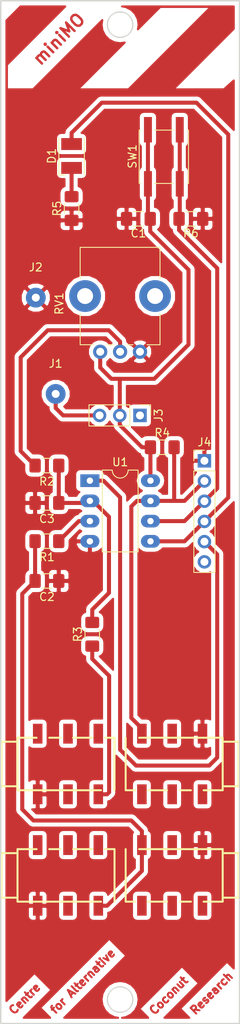
<source format=kicad_pcb>
(kicad_pcb (version 20171130) (host pcbnew "(5.0.2-5)-5")

  (general
    (thickness 1.6)
    (drawings 18)
    (tracks 95)
    (zones 0)
    (modules 21)
    (nets 15)
  )

  (page A4)
  (title_block
    (title "tiny modular")
    (date 2019-04-16)
    (company "Oliver Walkhoff")
  )

  (layers
    (0 F.Cu signal)
    (31 B.Cu signal)
    (32 B.Adhes user hide)
    (33 F.Adhes user hide)
    (34 B.Paste user hide)
    (35 F.Paste user hide)
    (36 B.SilkS user hide)
    (37 F.SilkS user)
    (38 B.Mask user)
    (39 F.Mask user)
    (40 Dwgs.User user hide)
    (41 Cmts.User user)
    (42 Eco1.User user)
    (43 Eco2.User user)
    (44 Edge.Cuts user)
    (45 Margin user)
    (46 B.CrtYd user)
    (47 F.CrtYd user)
    (48 B.Fab user hide)
    (49 F.Fab user hide)
  )

  (setup
    (last_trace_width 0.508)
    (trace_clearance 0.508)
    (zone_clearance 0.508)
    (zone_45_only no)
    (trace_min 0.2)
    (segment_width 0.2)
    (edge_width 0.15)
    (via_size 0.8)
    (via_drill 0.4)
    (via_min_size 0.4)
    (via_min_drill 0.3)
    (uvia_size 0.3)
    (uvia_drill 0.1)
    (uvias_allowed no)
    (uvia_min_size 0.2)
    (uvia_min_drill 0.1)
    (pcb_text_width 0.3)
    (pcb_text_size 1.5 1.5)
    (mod_edge_width 0.15)
    (mod_text_size 1 1)
    (mod_text_width 0.15)
    (pad_size 1.19888 2.49936)
    (pad_drill 0)
    (pad_to_mask_clearance 0.051)
    (solder_mask_min_width 0.25)
    (aux_axis_origin 0 0)
    (visible_elements FFFFFF7F)
    (pcbplotparams
      (layerselection 0x00000_7fffffff)
      (usegerberextensions false)
      (usegerberattributes false)
      (usegerberadvancedattributes false)
      (creategerberjobfile false)
      (excludeedgelayer true)
      (linewidth 0.100000)
      (plotframeref false)
      (viasonmask false)
      (mode 1)
      (useauxorigin false)
      (hpglpennumber 1)
      (hpglpenspeed 20)
      (hpglpendiameter 15.000000)
      (psnegative false)
      (psa4output false)
      (plotreference true)
      (plotvalue true)
      (plotinvisibletext false)
      (padsonsilk false)
      (subtractmaskfromsilk false)
      (outputformat 4)
      (mirror false)
      (drillshape 0)
      (scaleselection 1)
      (outputdirectory "/Users/oliver/Documents/git/tiny_modular/edition_one/pdf/"))
  )

  (net 0 "")
  (net 1 GND)
  (net 2 "Net-(C2-Pad2)")
  (net 3 "Net-(C3-Pad1)")
  (net 4 "Net-(D1-Pad1)")
  (net 5 "Net-(D1-Pad2)")
  (net 6 "Net-(R1-Pad2)")
  (net 7 "Net-(R2-Pad1)")
  (net 8 "Net-(C1-Pad1)")
  (net 9 "Net-(J1-Pad1)")
  (net 10 "Net-(J3-Pad1)")
  (net 11 "Net-(J4-Pad2)")
  (net 12 "Net-(J4-Pad3)")
  (net 13 "Net-(J4-Pad5)")
  (net 14 "Net-(J8-PadT)")

  (net_class Default "This is the default net class."
    (clearance 0.508)
    (trace_width 0.508)
    (via_dia 0.8)
    (via_drill 0.4)
    (uvia_dia 0.3)
    (uvia_drill 0.1)
    (add_net GND)
    (add_net "Net-(C1-Pad1)")
    (add_net "Net-(C2-Pad2)")
    (add_net "Net-(C3-Pad1)")
    (add_net "Net-(D1-Pad1)")
    (add_net "Net-(D1-Pad2)")
    (add_net "Net-(J1-Pad1)")
    (add_net "Net-(J3-Pad1)")
    (add_net "Net-(J4-Pad2)")
    (add_net "Net-(J4-Pad3)")
    (add_net "Net-(J4-Pad5)")
    (add_net "Net-(J8-PadT)")
    (add_net "Net-(R1-Pad2)")
    (add_net "Net-(R2-Pad1)")
  )

  (module Resistor_SMD:R_1206_3216Metric_Pad1.42x1.75mm_HandSolder (layer F.Cu) (tedit 5B301BBD) (tstamp 5C8EDB12)
    (at 54.6 120.7 90)
    (descr "Resistor SMD 1206 (3216 Metric), square (rectangular) end terminal, IPC_7351 nominal with elongated pad for handsoldering. (Body size source: http://www.tortai-tech.com/upload/download/2011102023233369053.pdf), generated with kicad-footprint-generator")
    (tags "resistor handsolder")
    (path /5C7FBCDE)
    (attr smd)
    (fp_text reference R3 (at 0 -1.82 90) (layer F.SilkS)
      (effects (font (size 1 1) (thickness 0.15)))
    )
    (fp_text value 10k (at 0 1.82 90) (layer F.Fab)
      (effects (font (size 1 1) (thickness 0.15)))
    )
    (fp_line (start -1.6 0.8) (end -1.6 -0.8) (layer F.Fab) (width 0.1))
    (fp_line (start -1.6 -0.8) (end 1.6 -0.8) (layer F.Fab) (width 0.1))
    (fp_line (start 1.6 -0.8) (end 1.6 0.8) (layer F.Fab) (width 0.1))
    (fp_line (start 1.6 0.8) (end -1.6 0.8) (layer F.Fab) (width 0.1))
    (fp_line (start -0.602064 -0.91) (end 0.602064 -0.91) (layer F.SilkS) (width 0.12))
    (fp_line (start -0.602064 0.91) (end 0.602064 0.91) (layer F.SilkS) (width 0.12))
    (fp_line (start -2.45 1.12) (end -2.45 -1.12) (layer F.CrtYd) (width 0.05))
    (fp_line (start -2.45 -1.12) (end 2.45 -1.12) (layer F.CrtYd) (width 0.05))
    (fp_line (start 2.45 -1.12) (end 2.45 1.12) (layer F.CrtYd) (width 0.05))
    (fp_line (start 2.45 1.12) (end -2.45 1.12) (layer F.CrtYd) (width 0.05))
    (fp_text user %R (at 0 0 90) (layer F.Fab)
      (effects (font (size 0.8 0.8) (thickness 0.12)))
    )
    (pad 1 smd roundrect (at -1.4875 0 90) (size 1.425 1.75) (layers F.Cu F.Paste F.Mask) (roundrect_rratio 0.175439)
      (net 14 "Net-(J8-PadT)"))
    (pad 2 smd roundrect (at 1.4875 0 90) (size 1.425 1.75) (layers F.Cu F.Paste F.Mask) (roundrect_rratio 0.175439)
      (net 3 "Net-(C3-Pad1)"))
    (model ${KISYS3DMOD}/Resistor_SMD.3dshapes/R_1206_3216Metric.wrl
      (at (xyz 0 0 0))
      (scale (xyz 1 1 1))
      (rotate (xyz 0 0 0))
    )
  )

  (module Capacitor_SMD:C_1206_3216Metric_Pad1.42x1.75mm_HandSolder (layer F.Cu) (tedit 5B301BBE) (tstamp 5C8ED9E0)
    (at 60.4 68.5 180)
    (descr "Capacitor SMD 1206 (3216 Metric), square (rectangular) end terminal, IPC_7351 nominal with elongated pad for handsoldering. (Body size source: http://www.tortai-tech.com/upload/download/2011102023233369053.pdf), generated with kicad-footprint-generator")
    (tags "capacitor handsolder")
    (path /5C7FBF29)
    (attr smd)
    (fp_text reference C1 (at 0 -1.82 180) (layer F.SilkS)
      (effects (font (size 1 1) (thickness 0.15)))
    )
    (fp_text value 0.1uF (at 0 1.82 180) (layer F.Fab)
      (effects (font (size 1 1) (thickness 0.15)))
    )
    (fp_line (start -1.6 0.8) (end -1.6 -0.8) (layer F.Fab) (width 0.1))
    (fp_line (start -1.6 -0.8) (end 1.6 -0.8) (layer F.Fab) (width 0.1))
    (fp_line (start 1.6 -0.8) (end 1.6 0.8) (layer F.Fab) (width 0.1))
    (fp_line (start 1.6 0.8) (end -1.6 0.8) (layer F.Fab) (width 0.1))
    (fp_line (start -0.602064 -0.91) (end 0.602064 -0.91) (layer F.SilkS) (width 0.12))
    (fp_line (start -0.602064 0.91) (end 0.602064 0.91) (layer F.SilkS) (width 0.12))
    (fp_line (start -2.45 1.12) (end -2.45 -1.12) (layer F.CrtYd) (width 0.05))
    (fp_line (start -2.45 -1.12) (end 2.45 -1.12) (layer F.CrtYd) (width 0.05))
    (fp_line (start 2.45 -1.12) (end 2.45 1.12) (layer F.CrtYd) (width 0.05))
    (fp_line (start 2.45 1.12) (end -2.45 1.12) (layer F.CrtYd) (width 0.05))
    (fp_text user %R (at 0 0 180) (layer F.Fab)
      (effects (font (size 0.8 0.8) (thickness 0.12)))
    )
    (pad 1 smd roundrect (at -1.4875 0 180) (size 1.425 1.75) (layers F.Cu F.Paste F.Mask) (roundrect_rratio 0.175439)
      (net 8 "Net-(C1-Pad1)"))
    (pad 2 smd roundrect (at 1.4875 0 180) (size 1.425 1.75) (layers F.Cu F.Paste F.Mask) (roundrect_rratio 0.175439)
      (net 1 GND))
    (model ${KISYS3DMOD}/Capacitor_SMD.3dshapes/C_1206_3216Metric.wrl
      (at (xyz 0 0 0))
      (scale (xyz 1 1 1))
      (rotate (xyz 0 0 0))
    )
  )

  (module Capacitor_SMD:C_1206_3216Metric_Pad1.42x1.75mm_HandSolder (layer F.Cu) (tedit 5B301BBE) (tstamp 5C8ED9F1)
    (at 48.9 114 180)
    (descr "Capacitor SMD 1206 (3216 Metric), square (rectangular) end terminal, IPC_7351 nominal with elongated pad for handsoldering. (Body size source: http://www.tortai-tech.com/upload/download/2011102023233369053.pdf), generated with kicad-footprint-generator")
    (tags "capacitor handsolder")
    (path /5C7FBE14)
    (attr smd)
    (fp_text reference C2 (at 0 -2 180) (layer F.SilkS)
      (effects (font (size 1 1) (thickness 0.15)))
    )
    (fp_text value 0.1uF (at 0 1.82 180) (layer F.Fab)
      (effects (font (size 1 1) (thickness 0.15)))
    )
    (fp_line (start -1.6 0.8) (end -1.6 -0.8) (layer F.Fab) (width 0.1))
    (fp_line (start -1.6 -0.8) (end 1.6 -0.8) (layer F.Fab) (width 0.1))
    (fp_line (start 1.6 -0.8) (end 1.6 0.8) (layer F.Fab) (width 0.1))
    (fp_line (start 1.6 0.8) (end -1.6 0.8) (layer F.Fab) (width 0.1))
    (fp_line (start -0.602064 -0.91) (end 0.602064 -0.91) (layer F.SilkS) (width 0.12))
    (fp_line (start -0.602064 0.91) (end 0.602064 0.91) (layer F.SilkS) (width 0.12))
    (fp_line (start -2.45 1.12) (end -2.45 -1.12) (layer F.CrtYd) (width 0.05))
    (fp_line (start -2.45 -1.12) (end 2.45 -1.12) (layer F.CrtYd) (width 0.05))
    (fp_line (start 2.45 -1.12) (end 2.45 1.12) (layer F.CrtYd) (width 0.05))
    (fp_line (start 2.45 1.12) (end -2.45 1.12) (layer F.CrtYd) (width 0.05))
    (fp_text user %R (at 0 0 180) (layer F.Fab)
      (effects (font (size 0.8 0.8) (thickness 0.12)))
    )
    (pad 1 smd roundrect (at -1.4875 0 180) (size 1.425 1.75) (layers F.Cu F.Paste F.Mask) (roundrect_rratio 0.175439)
      (net 1 GND))
    (pad 2 smd roundrect (at 1.4875 0 180) (size 1.425 1.75) (layers F.Cu F.Paste F.Mask) (roundrect_rratio 0.175439)
      (net 2 "Net-(C2-Pad2)"))
    (model ${KISYS3DMOD}/Capacitor_SMD.3dshapes/C_1206_3216Metric.wrl
      (at (xyz 0 0 0))
      (scale (xyz 1 1 1))
      (rotate (xyz 0 0 0))
    )
  )

  (module Capacitor_SMD:C_1206_3216Metric_Pad1.42x1.75mm_HandSolder (layer F.Cu) (tedit 5B301BBE) (tstamp 5C8EDA02)
    (at 48.9 104.2 180)
    (descr "Capacitor SMD 1206 (3216 Metric), square (rectangular) end terminal, IPC_7351 nominal with elongated pad for handsoldering. (Body size source: http://www.tortai-tech.com/upload/download/2011102023233369053.pdf), generated with kicad-footprint-generator")
    (tags "capacitor handsolder")
    (path /5C7FBF02)
    (attr smd)
    (fp_text reference C3 (at 0 -2 180) (layer F.SilkS)
      (effects (font (size 1 1) (thickness 0.15)))
    )
    (fp_text value 0.1uF (at 0 1.82 180) (layer F.Fab)
      (effects (font (size 1 1) (thickness 0.15)))
    )
    (fp_text user %R (at 0 0 180) (layer F.Fab)
      (effects (font (size 0.8 0.8) (thickness 0.12)))
    )
    (fp_line (start 2.45 1.12) (end -2.45 1.12) (layer F.CrtYd) (width 0.05))
    (fp_line (start 2.45 -1.12) (end 2.45 1.12) (layer F.CrtYd) (width 0.05))
    (fp_line (start -2.45 -1.12) (end 2.45 -1.12) (layer F.CrtYd) (width 0.05))
    (fp_line (start -2.45 1.12) (end -2.45 -1.12) (layer F.CrtYd) (width 0.05))
    (fp_line (start -0.602064 0.91) (end 0.602064 0.91) (layer F.SilkS) (width 0.12))
    (fp_line (start -0.602064 -0.91) (end 0.602064 -0.91) (layer F.SilkS) (width 0.12))
    (fp_line (start 1.6 0.8) (end -1.6 0.8) (layer F.Fab) (width 0.1))
    (fp_line (start 1.6 -0.8) (end 1.6 0.8) (layer F.Fab) (width 0.1))
    (fp_line (start -1.6 -0.8) (end 1.6 -0.8) (layer F.Fab) (width 0.1))
    (fp_line (start -1.6 0.8) (end -1.6 -0.8) (layer F.Fab) (width 0.1))
    (pad 2 smd roundrect (at 1.4875 0 180) (size 1.425 1.75) (layers F.Cu F.Paste F.Mask) (roundrect_rratio 0.175439)
      (net 1 GND))
    (pad 1 smd roundrect (at -1.4875 0 180) (size 1.425 1.75) (layers F.Cu F.Paste F.Mask) (roundrect_rratio 0.175439)
      (net 3 "Net-(C3-Pad1)"))
    (model ${KISYS3DMOD}/Capacitor_SMD.3dshapes/C_1206_3216Metric.wrl
      (at (xyz 0 0 0))
      (scale (xyz 1 1 1))
      (rotate (xyz 0 0 0))
    )
  )

  (module Resistor_SMD:R_1206_3216Metric_Pad1.42x1.75mm_HandSolder (layer F.Cu) (tedit 5B301BBD) (tstamp 5C8EDAF0)
    (at 48.9 109)
    (descr "Resistor SMD 1206 (3216 Metric), square (rectangular) end terminal, IPC_7351 nominal with elongated pad for handsoldering. (Body size source: http://www.tortai-tech.com/upload/download/2011102023233369053.pdf), generated with kicad-footprint-generator")
    (tags "resistor handsolder")
    (path /5C7FBD7C)
    (attr smd)
    (fp_text reference R1 (at 0 2) (layer F.SilkS)
      (effects (font (size 1 1) (thickness 0.15)))
    )
    (fp_text value 470 (at 0 1.82) (layer F.Fab)
      (effects (font (size 1 1) (thickness 0.15)))
    )
    (fp_text user %R (at 0 0) (layer F.Fab)
      (effects (font (size 0.8 0.8) (thickness 0.12)))
    )
    (fp_line (start 2.45 1.12) (end -2.45 1.12) (layer F.CrtYd) (width 0.05))
    (fp_line (start 2.45 -1.12) (end 2.45 1.12) (layer F.CrtYd) (width 0.05))
    (fp_line (start -2.45 -1.12) (end 2.45 -1.12) (layer F.CrtYd) (width 0.05))
    (fp_line (start -2.45 1.12) (end -2.45 -1.12) (layer F.CrtYd) (width 0.05))
    (fp_line (start -0.602064 0.91) (end 0.602064 0.91) (layer F.SilkS) (width 0.12))
    (fp_line (start -0.602064 -0.91) (end 0.602064 -0.91) (layer F.SilkS) (width 0.12))
    (fp_line (start 1.6 0.8) (end -1.6 0.8) (layer F.Fab) (width 0.1))
    (fp_line (start 1.6 -0.8) (end 1.6 0.8) (layer F.Fab) (width 0.1))
    (fp_line (start -1.6 -0.8) (end 1.6 -0.8) (layer F.Fab) (width 0.1))
    (fp_line (start -1.6 0.8) (end -1.6 -0.8) (layer F.Fab) (width 0.1))
    (pad 2 smd roundrect (at 1.4875 0) (size 1.425 1.75) (layers F.Cu F.Paste F.Mask) (roundrect_rratio 0.175439)
      (net 6 "Net-(R1-Pad2)"))
    (pad 1 smd roundrect (at -1.4875 0) (size 1.425 1.75) (layers F.Cu F.Paste F.Mask) (roundrect_rratio 0.175439)
      (net 2 "Net-(C2-Pad2)"))
    (model ${KISYS3DMOD}/Resistor_SMD.3dshapes/R_1206_3216Metric.wrl
      (at (xyz 0 0 0))
      (scale (xyz 1 1 1))
      (rotate (xyz 0 0 0))
    )
  )

  (module Resistor_SMD:R_1206_3216Metric_Pad1.42x1.75mm_HandSolder (layer F.Cu) (tedit 5B301BBD) (tstamp 5C8EDB01)
    (at 48.9 99.5)
    (descr "Resistor SMD 1206 (3216 Metric), square (rectangular) end terminal, IPC_7351 nominal with elongated pad for handsoldering. (Body size source: http://www.tortai-tech.com/upload/download/2011102023233369053.pdf), generated with kicad-footprint-generator")
    (tags "resistor handsolder")
    (path /5C7FBCF7)
    (attr smd)
    (fp_text reference R2 (at 0 2) (layer F.SilkS)
      (effects (font (size 1 1) (thickness 0.15)))
    )
    (fp_text value 10k (at 0 1.82) (layer F.Fab)
      (effects (font (size 1 1) (thickness 0.15)))
    )
    (fp_text user %R (at 0 0) (layer F.Fab)
      (effects (font (size 0.8 0.8) (thickness 0.12)))
    )
    (fp_line (start 2.45 1.12) (end -2.45 1.12) (layer F.CrtYd) (width 0.05))
    (fp_line (start 2.45 -1.12) (end 2.45 1.12) (layer F.CrtYd) (width 0.05))
    (fp_line (start -2.45 -1.12) (end 2.45 -1.12) (layer F.CrtYd) (width 0.05))
    (fp_line (start -2.45 1.12) (end -2.45 -1.12) (layer F.CrtYd) (width 0.05))
    (fp_line (start -0.602064 0.91) (end 0.602064 0.91) (layer F.SilkS) (width 0.12))
    (fp_line (start -0.602064 -0.91) (end 0.602064 -0.91) (layer F.SilkS) (width 0.12))
    (fp_line (start 1.6 0.8) (end -1.6 0.8) (layer F.Fab) (width 0.1))
    (fp_line (start 1.6 -0.8) (end 1.6 0.8) (layer F.Fab) (width 0.1))
    (fp_line (start -1.6 -0.8) (end 1.6 -0.8) (layer F.Fab) (width 0.1))
    (fp_line (start -1.6 0.8) (end -1.6 -0.8) (layer F.Fab) (width 0.1))
    (pad 2 smd roundrect (at 1.4875 0) (size 1.425 1.75) (layers F.Cu F.Paste F.Mask) (roundrect_rratio 0.175439)
      (net 3 "Net-(C3-Pad1)"))
    (pad 1 smd roundrect (at -1.4875 0) (size 1.425 1.75) (layers F.Cu F.Paste F.Mask) (roundrect_rratio 0.175439)
      (net 7 "Net-(R2-Pad1)"))
    (model ${KISYS3DMOD}/Resistor_SMD.3dshapes/R_1206_3216Metric.wrl
      (at (xyz 0 0 0))
      (scale (xyz 1 1 1))
      (rotate (xyz 0 0 0))
    )
  )

  (module Resistor_SMD:R_1206_3216Metric_Pad1.42x1.75mm_HandSolder (layer F.Cu) (tedit 5B301BBD) (tstamp 5C8EDB23)
    (at 63.4 97.2)
    (descr "Resistor SMD 1206 (3216 Metric), square (rectangular) end terminal, IPC_7351 nominal with elongated pad for handsoldering. (Body size source: http://www.tortai-tech.com/upload/download/2011102023233369053.pdf), generated with kicad-footprint-generator")
    (tags "resistor handsolder")
    (path /5C7FBBD9)
    (attr smd)
    (fp_text reference R4 (at 0 -1.82) (layer F.SilkS)
      (effects (font (size 1 1) (thickness 0.15)))
    )
    (fp_text value 1M (at 0 1.82) (layer F.Fab)
      (effects (font (size 1 1) (thickness 0.15)))
    )
    (fp_line (start -1.6 0.8) (end -1.6 -0.8) (layer F.Fab) (width 0.1))
    (fp_line (start -1.6 -0.8) (end 1.6 -0.8) (layer F.Fab) (width 0.1))
    (fp_line (start 1.6 -0.8) (end 1.6 0.8) (layer F.Fab) (width 0.1))
    (fp_line (start 1.6 0.8) (end -1.6 0.8) (layer F.Fab) (width 0.1))
    (fp_line (start -0.602064 -0.91) (end 0.602064 -0.91) (layer F.SilkS) (width 0.12))
    (fp_line (start -0.602064 0.91) (end 0.602064 0.91) (layer F.SilkS) (width 0.12))
    (fp_line (start -2.45 1.12) (end -2.45 -1.12) (layer F.CrtYd) (width 0.05))
    (fp_line (start -2.45 -1.12) (end 2.45 -1.12) (layer F.CrtYd) (width 0.05))
    (fp_line (start 2.45 -1.12) (end 2.45 1.12) (layer F.CrtYd) (width 0.05))
    (fp_line (start 2.45 1.12) (end -2.45 1.12) (layer F.CrtYd) (width 0.05))
    (fp_text user %R (at 0 0) (layer F.Fab)
      (effects (font (size 0.8 0.8) (thickness 0.12)))
    )
    (pad 1 smd roundrect (at -1.4875 0) (size 1.425 1.75) (layers F.Cu F.Paste F.Mask) (roundrect_rratio 0.175439)
      (net 8 "Net-(C1-Pad1)"))
    (pad 2 smd roundrect (at 1.4875 0) (size 1.425 1.75) (layers F.Cu F.Paste F.Mask) (roundrect_rratio 0.175439)
      (net 11 "Net-(J4-Pad2)"))
    (model ${KISYS3DMOD}/Resistor_SMD.3dshapes/R_1206_3216Metric.wrl
      (at (xyz 0 0 0))
      (scale (xyz 1 1 1))
      (rotate (xyz 0 0 0))
    )
  )

  (module Resistor_SMD:R_1206_3216Metric_Pad1.42x1.75mm_HandSolder (layer F.Cu) (tedit 5B301BBD) (tstamp 5C8EDB34)
    (at 52 67.2 90)
    (descr "Resistor SMD 1206 (3216 Metric), square (rectangular) end terminal, IPC_7351 nominal with elongated pad for handsoldering. (Body size source: http://www.tortai-tech.com/upload/download/2011102023233369053.pdf), generated with kicad-footprint-generator")
    (tags "resistor handsolder")
    (path /5C7FBD35)
    (attr smd)
    (fp_text reference R5 (at 0 -1.82 90) (layer F.SilkS)
      (effects (font (size 1 1) (thickness 0.15)))
    )
    (fp_text value 750 (at 0 1.82 90) (layer F.Fab)
      (effects (font (size 1 1) (thickness 0.15)))
    )
    (fp_line (start -1.6 0.8) (end -1.6 -0.8) (layer F.Fab) (width 0.1))
    (fp_line (start -1.6 -0.8) (end 1.6 -0.8) (layer F.Fab) (width 0.1))
    (fp_line (start 1.6 -0.8) (end 1.6 0.8) (layer F.Fab) (width 0.1))
    (fp_line (start 1.6 0.8) (end -1.6 0.8) (layer F.Fab) (width 0.1))
    (fp_line (start -0.602064 -0.91) (end 0.602064 -0.91) (layer F.SilkS) (width 0.12))
    (fp_line (start -0.602064 0.91) (end 0.602064 0.91) (layer F.SilkS) (width 0.12))
    (fp_line (start -2.45 1.12) (end -2.45 -1.12) (layer F.CrtYd) (width 0.05))
    (fp_line (start -2.45 -1.12) (end 2.45 -1.12) (layer F.CrtYd) (width 0.05))
    (fp_line (start 2.45 -1.12) (end 2.45 1.12) (layer F.CrtYd) (width 0.05))
    (fp_line (start 2.45 1.12) (end -2.45 1.12) (layer F.CrtYd) (width 0.05))
    (fp_text user %R (at 0 0 90) (layer F.Fab)
      (effects (font (size 0.8 0.8) (thickness 0.12)))
    )
    (pad 1 smd roundrect (at -1.4875 0 90) (size 1.425 1.75) (layers F.Cu F.Paste F.Mask) (roundrect_rratio 0.175439)
      (net 1 GND))
    (pad 2 smd roundrect (at 1.4875 0 90) (size 1.425 1.75) (layers F.Cu F.Paste F.Mask) (roundrect_rratio 0.175439)
      (net 4 "Net-(D1-Pad1)"))
    (model ${KISYS3DMOD}/Resistor_SMD.3dshapes/R_1206_3216Metric.wrl
      (at (xyz 0 0 0))
      (scale (xyz 1 1 1))
      (rotate (xyz 0 0 0))
    )
  )

  (module Resistor_SMD:R_1206_3216Metric_Pad1.42x1.75mm_HandSolder (layer F.Cu) (tedit 5B301BBD) (tstamp 5C8EDB45)
    (at 67 68.5 180)
    (descr "Resistor SMD 1206 (3216 Metric), square (rectangular) end terminal, IPC_7351 nominal with elongated pad for handsoldering. (Body size source: http://www.tortai-tech.com/upload/download/2011102023233369053.pdf), generated with kicad-footprint-generator")
    (tags "resistor handsolder")
    (path /5C7FBC6F)
    (attr smd)
    (fp_text reference R6 (at 0 -1.82 180) (layer F.SilkS)
      (effects (font (size 1 1) (thickness 0.15)))
    )
    (fp_text value 10k (at 0 1.82 180) (layer F.Fab)
      (effects (font (size 1 1) (thickness 0.15)))
    )
    (fp_text user %R (at 0 0 180) (layer F.Fab)
      (effects (font (size 0.8 0.8) (thickness 0.12)))
    )
    (fp_line (start 2.45 1.12) (end -2.45 1.12) (layer F.CrtYd) (width 0.05))
    (fp_line (start 2.45 -1.12) (end 2.45 1.12) (layer F.CrtYd) (width 0.05))
    (fp_line (start -2.45 -1.12) (end 2.45 -1.12) (layer F.CrtYd) (width 0.05))
    (fp_line (start -2.45 1.12) (end -2.45 -1.12) (layer F.CrtYd) (width 0.05))
    (fp_line (start -0.602064 0.91) (end 0.602064 0.91) (layer F.SilkS) (width 0.12))
    (fp_line (start -0.602064 -0.91) (end 0.602064 -0.91) (layer F.SilkS) (width 0.12))
    (fp_line (start 1.6 0.8) (end -1.6 0.8) (layer F.Fab) (width 0.1))
    (fp_line (start 1.6 -0.8) (end 1.6 0.8) (layer F.Fab) (width 0.1))
    (fp_line (start -1.6 -0.8) (end 1.6 -0.8) (layer F.Fab) (width 0.1))
    (fp_line (start -1.6 0.8) (end -1.6 -0.8) (layer F.Fab) (width 0.1))
    (pad 2 smd roundrect (at 1.4875 0 180) (size 1.425 1.75) (layers F.Cu F.Paste F.Mask) (roundrect_rratio 0.175439)
      (net 12 "Net-(J4-Pad3)"))
    (pad 1 smd roundrect (at -1.4875 0 180) (size 1.425 1.75) (layers F.Cu F.Paste F.Mask) (roundrect_rratio 0.175439)
      (net 1 GND))
    (model ${KISYS3DMOD}/Resistor_SMD.3dshapes/R_1206_3216Metric.wrl
      (at (xyz 0 0 0))
      (scale (xyz 1 1 1))
      (rotate (xyz 0 0 0))
    )
  )

  (module Potentiometer_THT:Potentiometer_Alps_RK09K_Single_Vertical (layer F.Cu) (tedit 5A3D4993) (tstamp 5C8EDB61)
    (at 60.6 85.2 90)
    (descr "Potentiometer, vertical, Alps RK09K Single, http://www.alps.com/prod/info/E/HTML/Potentiometer/RotaryPotentiometers/RK09K/RK09K_list.html")
    (tags "Potentiometer vertical Alps RK09K Single")
    (path /5C7FE066)
    (fp_text reference RV1 (at 6.05 -10.15 90) (layer F.SilkS)
      (effects (font (size 1 1) (thickness 0.15)))
    )
    (fp_text value 10k (at 6.05 5.15 90) (layer F.Fab)
      (effects (font (size 1 1) (thickness 0.15)))
    )
    (fp_circle (center 7.5 -2.5) (end 10.5 -2.5) (layer F.Fab) (width 0.1))
    (fp_line (start 1 -7.4) (end 1 2.4) (layer F.Fab) (width 0.1))
    (fp_line (start 1 2.4) (end 13 2.4) (layer F.Fab) (width 0.1))
    (fp_line (start 13 2.4) (end 13 -7.4) (layer F.Fab) (width 0.1))
    (fp_line (start 13 -7.4) (end 1 -7.4) (layer F.Fab) (width 0.1))
    (fp_line (start 0.88 -7.521) (end 4.817 -7.521) (layer F.SilkS) (width 0.12))
    (fp_line (start 9.184 -7.521) (end 13.12 -7.521) (layer F.SilkS) (width 0.12))
    (fp_line (start 0.88 2.52) (end 4.817 2.52) (layer F.SilkS) (width 0.12))
    (fp_line (start 9.184 2.52) (end 13.12 2.52) (layer F.SilkS) (width 0.12))
    (fp_line (start 0.88 -7.521) (end 0.88 -5.871) (layer F.SilkS) (width 0.12))
    (fp_line (start 0.88 -4.129) (end 0.88 -3.37) (layer F.SilkS) (width 0.12))
    (fp_line (start 0.88 -1.629) (end 0.88 -0.87) (layer F.SilkS) (width 0.12))
    (fp_line (start 0.88 0.87) (end 0.88 2.52) (layer F.SilkS) (width 0.12))
    (fp_line (start 13.12 -7.521) (end 13.12 2.52) (layer F.SilkS) (width 0.12))
    (fp_line (start -1.15 -9.15) (end -1.15 4.15) (layer F.CrtYd) (width 0.05))
    (fp_line (start -1.15 4.15) (end 13.25 4.15) (layer F.CrtYd) (width 0.05))
    (fp_line (start 13.25 4.15) (end 13.25 -9.15) (layer F.CrtYd) (width 0.05))
    (fp_line (start 13.25 -9.15) (end -1.15 -9.15) (layer F.CrtYd) (width 0.05))
    (fp_text user %R (at 2 -2.5 180) (layer F.Fab)
      (effects (font (size 1 1) (thickness 0.15)))
    )
    (pad 3 thru_hole circle (at 0 -5 90) (size 1.8 1.8) (drill 1) (layers *.Cu *.Mask)
      (net 8 "Net-(C1-Pad1)"))
    (pad 2 thru_hole circle (at 0 -2.5 90) (size 1.8 1.8) (drill 1) (layers *.Cu *.Mask)
      (net 7 "Net-(R2-Pad1)"))
    (pad 1 thru_hole circle (at 0 0 90) (size 1.8 1.8) (drill 1) (layers *.Cu *.Mask)
      (net 1 GND))
    (pad "" np_thru_hole circle (at 7 -6.9 90) (size 4 4) (drill 2) (layers *.Cu *.Mask))
    (pad "" np_thru_hole circle (at 7 1.9 90) (size 4 4) (drill 2) (layers *.Cu *.Mask))
    (model ${KISYS3DMOD}/Potentiometer_THT.3dshapes/Potentiometer_Alps_RK09K_Single_Vertical.wrl
      (at (xyz 0 0 0))
      (scale (xyz 1 1 1))
      (rotate (xyz 0 0 0))
    )
  )

  (module Package_DIP:DIP-8_W7.62mm_LongPads (layer F.Cu) (tedit 5A02E8C5) (tstamp 5C9F1DEA)
    (at 54.3 101.4)
    (descr "8-lead though-hole mounted DIP package, row spacing 7.62 mm (300 mils), LongPads")
    (tags "THT DIP DIL PDIP 2.54mm 7.62mm 300mil LongPads")
    (path /5C7FCC28)
    (fp_text reference U1 (at 3.81 -2.33) (layer F.SilkS)
      (effects (font (size 1 1) (thickness 0.15)))
    )
    (fp_text value ATtiny85V-10SU (at 3.81 9.95) (layer F.Fab)
      (effects (font (size 1 1) (thickness 0.15)))
    )
    (fp_arc (start 3.81 -1.33) (end 2.81 -1.33) (angle -180) (layer F.SilkS) (width 0.12))
    (fp_line (start 1.635 -1.27) (end 6.985 -1.27) (layer F.Fab) (width 0.1))
    (fp_line (start 6.985 -1.27) (end 6.985 8.89) (layer F.Fab) (width 0.1))
    (fp_line (start 6.985 8.89) (end 0.635 8.89) (layer F.Fab) (width 0.1))
    (fp_line (start 0.635 8.89) (end 0.635 -0.27) (layer F.Fab) (width 0.1))
    (fp_line (start 0.635 -0.27) (end 1.635 -1.27) (layer F.Fab) (width 0.1))
    (fp_line (start 2.81 -1.33) (end 1.56 -1.33) (layer F.SilkS) (width 0.12))
    (fp_line (start 1.56 -1.33) (end 1.56 8.95) (layer F.SilkS) (width 0.12))
    (fp_line (start 1.56 8.95) (end 6.06 8.95) (layer F.SilkS) (width 0.12))
    (fp_line (start 6.06 8.95) (end 6.06 -1.33) (layer F.SilkS) (width 0.12))
    (fp_line (start 6.06 -1.33) (end 4.81 -1.33) (layer F.SilkS) (width 0.12))
    (fp_line (start -1.45 -1.55) (end -1.45 9.15) (layer F.CrtYd) (width 0.05))
    (fp_line (start -1.45 9.15) (end 9.1 9.15) (layer F.CrtYd) (width 0.05))
    (fp_line (start 9.1 9.15) (end 9.1 -1.55) (layer F.CrtYd) (width 0.05))
    (fp_line (start 9.1 -1.55) (end -1.45 -1.55) (layer F.CrtYd) (width 0.05))
    (fp_text user %R (at 3.81 3.81) (layer F.Fab)
      (effects (font (size 1 1) (thickness 0.15)))
    )
    (pad 1 thru_hole rect (at 0 0) (size 2.4 1.6) (drill 0.8) (layers *.Cu *.Mask)
      (net 13 "Net-(J4-Pad5)"))
    (pad 5 thru_hole oval (at 7.62 7.62) (size 2.4 1.6) (drill 0.8) (layers *.Cu *.Mask)
      (net 5 "Net-(D1-Pad2)"))
    (pad 2 thru_hole oval (at 0 2.54) (size 2.4 1.6) (drill 0.8) (layers *.Cu *.Mask)
      (net 3 "Net-(C3-Pad1)"))
    (pad 6 thru_hole oval (at 7.62 5.08) (size 2.4 1.6) (drill 0.8) (layers *.Cu *.Mask)
      (net 12 "Net-(J4-Pad3)"))
    (pad 3 thru_hole oval (at 0 5.08) (size 2.4 1.6) (drill 0.8) (layers *.Cu *.Mask)
      (net 6 "Net-(R1-Pad2)"))
    (pad 7 thru_hole oval (at 7.62 2.54) (size 2.4 1.6) (drill 0.8) (layers *.Cu *.Mask)
      (net 11 "Net-(J4-Pad2)"))
    (pad 4 thru_hole oval (at 0 7.62) (size 2.4 1.6) (drill 0.8) (layers *.Cu *.Mask)
      (net 1 GND))
    (pad 8 thru_hole oval (at 7.62 0) (size 2.4 1.6) (drill 0.8) (layers *.Cu *.Mask)
      (net 8 "Net-(C1-Pad1)"))
    (model ${KISYS3DMOD}/Package_DIP.3dshapes/DIP-8_W7.62mm.wrl
      (at (xyz 0 0 0))
      (scale (xyz 1 1 1))
      (rotate (xyz 0 0 0))
    )
  )

  (module Custom:AUDIO-JACK-3.5mm_SMD_noHole (layer F.Cu) (tedit 5C0EF702) (tstamp 5CC42613)
    (at 45.2 151)
    (path /5C804B03)
    (attr smd)
    (fp_text reference J5 (at 5.08 -1.27) (layer Dwgs.User)
      (effects (font (size 1.524 1.524) (thickness 0.15)))
    )
    (fp_text value AudioJack2 (at 6.35 1.27) (layer Dwgs.User)
      (effects (font (size 1 1) (thickness 0.15)))
    )
    (fp_line (start 0.49784 3.29946) (end 10.49782 3.29946) (layer F.SilkS) (width 0.254))
    (fp_line (start 12.19962 -3.29946) (end 12.19962 3.29946) (layer F.SilkS) (width 0.254))
    (fp_line (start 12.19962 -3.29946) (end 10.9982 -3.29946) (layer F.SilkS) (width 0.254))
    (fp_line (start 0.49784 -3.29946) (end 0 -3.29946) (layer F.SilkS) (width 0.254))
    (fp_line (start 0 -3.29946) (end 0 -2.79908) (layer F.SilkS) (width 0.254))
    (fp_line (start 0 -2.79908) (end 0 2.79908) (layer F.SilkS) (width 0.254))
    (fp_line (start 0 2.79908) (end 0 3.29946) (layer F.SilkS) (width 0.254))
    (fp_line (start 0 3.29946) (end 0.49784 3.29946) (layer F.SilkS) (width 0.254))
    (fp_line (start 0 -2.79908) (end -1.99898 -2.79908) (layer F.SilkS) (width 0.254))
    (fp_line (start -1.99898 -2.79908) (end -1.99898 2.79908) (layer F.SilkS) (width 0.254))
    (fp_line (start -1.99898 2.79908) (end 0 2.79908) (layer F.SilkS) (width 0.254))
    (fp_line (start 6.9977 -3.29946) (end 9.398 -3.29946) (layer F.SilkS) (width 0.254))
    (fp_line (start 3.99796 -3.29946) (end 5.3975 -3.29946) (layer F.SilkS) (width 0.254))
    (fp_line (start 0.49784 -3.29946) (end 2.39776 -3.29946) (layer F.SilkS) (width 0.254))
    (pad 1 smd rect (at 2.54 -3.81) (size 1.19888 2.49936) (layers F.Cu F.Paste F.Mask))
    (pad 3 smd rect (at 6.35 -3.81) (size 1.19888 2.49936) (layers F.Cu F.Paste F.Mask))
    (pad 2 smd rect (at 10.16 -3.81) (size 1.19888 2.49936) (layers F.Cu F.Paste F.Mask))
    (pad R smd rect (at 6.35 3.81) (size 1.19888 2.49936) (layers F.Cu F.Paste F.Mask))
    (pad S smd rect (at 2.54 3.81) (size 1.19888 2.49936) (layers F.Cu F.Paste F.Mask)
      (net 1 GND))
    (pad T smd rect (at 10.16 3.81) (size 1.19888 2.49936) (layers F.Cu F.Paste F.Mask)
      (net 2 "Net-(C2-Pad2)"))
  )

  (module Custom:AUDIO-JACK-3.5mm_SMD_noHole (layer F.Cu) (tedit 5C0EF702) (tstamp 5CC4262A)
    (at 71 151 180)
    (path /5C804CF7)
    (attr smd)
    (fp_text reference J6 (at 5.08 -1.27 180) (layer Dwgs.User)
      (effects (font (size 1.524 1.524) (thickness 0.15)))
    )
    (fp_text value AudioJack2 (at 6.35 1.27 180) (layer Dwgs.User)
      (effects (font (size 1 1) (thickness 0.15)))
    )
    (fp_line (start 0.49784 -3.29946) (end 2.39776 -3.29946) (layer F.SilkS) (width 0.254))
    (fp_line (start 3.99796 -3.29946) (end 5.3975 -3.29946) (layer F.SilkS) (width 0.254))
    (fp_line (start 6.9977 -3.29946) (end 9.398 -3.29946) (layer F.SilkS) (width 0.254))
    (fp_line (start -1.99898 2.79908) (end 0 2.79908) (layer F.SilkS) (width 0.254))
    (fp_line (start -1.99898 -2.79908) (end -1.99898 2.79908) (layer F.SilkS) (width 0.254))
    (fp_line (start 0 -2.79908) (end -1.99898 -2.79908) (layer F.SilkS) (width 0.254))
    (fp_line (start 0 3.29946) (end 0.49784 3.29946) (layer F.SilkS) (width 0.254))
    (fp_line (start 0 2.79908) (end 0 3.29946) (layer F.SilkS) (width 0.254))
    (fp_line (start 0 -2.79908) (end 0 2.79908) (layer F.SilkS) (width 0.254))
    (fp_line (start 0 -3.29946) (end 0 -2.79908) (layer F.SilkS) (width 0.254))
    (fp_line (start 0.49784 -3.29946) (end 0 -3.29946) (layer F.SilkS) (width 0.254))
    (fp_line (start 12.19962 -3.29946) (end 10.9982 -3.29946) (layer F.SilkS) (width 0.254))
    (fp_line (start 12.19962 -3.29946) (end 12.19962 3.29946) (layer F.SilkS) (width 0.254))
    (fp_line (start 0.49784 3.29946) (end 10.49782 3.29946) (layer F.SilkS) (width 0.254))
    (pad T smd rect (at 10.16 3.81 180) (size 1.19888 2.49936) (layers F.Cu F.Paste F.Mask)
      (net 2 "Net-(C2-Pad2)"))
    (pad S smd rect (at 2.54 3.81 180) (size 1.19888 2.49936) (layers F.Cu F.Paste F.Mask)
      (net 1 GND))
    (pad R smd rect (at 6.35 3.81 180) (size 1.19888 2.49936) (layers F.Cu F.Paste F.Mask))
    (pad 2 smd rect (at 10.16 -3.81 180) (size 1.19888 2.49936) (layers F.Cu F.Paste F.Mask))
    (pad 3 smd rect (at 6.35 -3.81 180) (size 1.19888 2.49936) (layers F.Cu F.Paste F.Mask))
    (pad 1 smd rect (at 2.54 -3.81 180) (size 1.19888 2.49936) (layers F.Cu F.Paste F.Mask))
  )

  (module Custom:AUDIO-JACK-3.5mm_SMD_noHole (layer F.Cu) (tedit 5CB5DE18) (tstamp 5CC426B9)
    (at 71 137 180)
    (path /5C804D65)
    (attr smd)
    (fp_text reference J7 (at 5.08 -1.27 180) (layer Dwgs.User)
      (effects (font (size 1.524 1.524) (thickness 0.15)))
    )
    (fp_text value AudioJack2 (at 6.35 1.27 180) (layer Dwgs.User)
      (effects (font (size 1 1) (thickness 0.15)))
    )
    (fp_line (start 0.49784 -3.29946) (end 2.39776 -3.29946) (layer F.SilkS) (width 0.254))
    (fp_line (start 3.99796 -3.29946) (end 5.3975 -3.29946) (layer F.SilkS) (width 0.254))
    (fp_line (start 6.9977 -3.29946) (end 9.398 -3.29946) (layer F.SilkS) (width 0.254))
    (fp_line (start -1.99898 2.79908) (end 0 2.79908) (layer F.SilkS) (width 0.254))
    (fp_line (start -1.99898 -2.79908) (end -1.99898 2.79908) (layer F.SilkS) (width 0.254))
    (fp_line (start 0 -2.79908) (end -1.99898 -2.79908) (layer F.SilkS) (width 0.254))
    (fp_line (start 0 3.29946) (end 0.49784 3.29946) (layer F.SilkS) (width 0.254))
    (fp_line (start 0 2.79908) (end 0 3.29946) (layer F.SilkS) (width 0.254))
    (fp_line (start 0 -2.79908) (end 0 2.79908) (layer F.SilkS) (width 0.254))
    (fp_line (start 0 -3.29946) (end 0 -2.79908) (layer F.SilkS) (width 0.254))
    (fp_line (start 0.49784 -3.29946) (end 0 -3.29946) (layer F.SilkS) (width 0.254))
    (fp_line (start 12.19962 -3.29946) (end 10.9982 -3.29946) (layer F.SilkS) (width 0.254))
    (fp_line (start 12.19962 -3.29946) (end 12.19962 3.29946) (layer F.SilkS) (width 0.254))
    (fp_line (start 0.49784 3.29946) (end 10.49782 3.29946) (layer F.SilkS) (width 0.254))
    (pad T smd rect (at 10.16 3.81 180) (size 1.19888 2.49936) (layers F.Cu F.Paste F.Mask)
      (net 11 "Net-(J4-Pad2)"))
    (pad S smd rect (at 2.54 3.81 180) (size 1.19888 2.49936) (layers F.Cu F.Paste F.Mask)
      (net 1 GND))
    (pad R smd rect (at 6.35 3.81 180) (size 1.19888 2.49936) (layers F.Cu F.Paste F.Mask))
    (pad 2 smd rect (at 10.16 -3.81 180) (size 1.19888 2.49936) (layers F.Cu F.Paste F.Mask))
    (pad 3 smd rect (at 6.35 -3.81 180) (size 1.19888 2.49936) (layers F.Cu F.Paste F.Mask))
    (pad 1 smd rect (at 2.54 -3.81 180) (size 1.19888 2.49936) (layers F.Cu F.Paste F.Mask))
  )

  (module Custom:AUDIO-JACK-3.5mm_SMD_noHole (layer F.Cu) (tedit 5C0EF702) (tstamp 5CC426D0)
    (at 45.2 137)
    (path /5C804D2E)
    (attr smd)
    (fp_text reference J8 (at 5.08 -1.27) (layer Dwgs.User)
      (effects (font (size 1.524 1.524) (thickness 0.15)))
    )
    (fp_text value AudioJack2 (at 6.35 1.27) (layer Dwgs.User)
      (effects (font (size 1 1) (thickness 0.15)))
    )
    (fp_line (start 0.49784 3.29946) (end 10.49782 3.29946) (layer F.SilkS) (width 0.254))
    (fp_line (start 12.19962 -3.29946) (end 12.19962 3.29946) (layer F.SilkS) (width 0.254))
    (fp_line (start 12.19962 -3.29946) (end 10.9982 -3.29946) (layer F.SilkS) (width 0.254))
    (fp_line (start 0.49784 -3.29946) (end 0 -3.29946) (layer F.SilkS) (width 0.254))
    (fp_line (start 0 -3.29946) (end 0 -2.79908) (layer F.SilkS) (width 0.254))
    (fp_line (start 0 -2.79908) (end 0 2.79908) (layer F.SilkS) (width 0.254))
    (fp_line (start 0 2.79908) (end 0 3.29946) (layer F.SilkS) (width 0.254))
    (fp_line (start 0 3.29946) (end 0.49784 3.29946) (layer F.SilkS) (width 0.254))
    (fp_line (start 0 -2.79908) (end -1.99898 -2.79908) (layer F.SilkS) (width 0.254))
    (fp_line (start -1.99898 -2.79908) (end -1.99898 2.79908) (layer F.SilkS) (width 0.254))
    (fp_line (start -1.99898 2.79908) (end 0 2.79908) (layer F.SilkS) (width 0.254))
    (fp_line (start 6.9977 -3.29946) (end 9.398 -3.29946) (layer F.SilkS) (width 0.254))
    (fp_line (start 3.99796 -3.29946) (end 5.3975 -3.29946) (layer F.SilkS) (width 0.254))
    (fp_line (start 0.49784 -3.29946) (end 2.39776 -3.29946) (layer F.SilkS) (width 0.254))
    (pad 1 smd rect (at 2.54 -3.81) (size 1.19888 2.49936) (layers F.Cu F.Paste F.Mask))
    (pad 3 smd rect (at 6.35 -3.81) (size 1.19888 2.49936) (layers F.Cu F.Paste F.Mask))
    (pad 2 smd rect (at 10.16 -3.81) (size 1.19888 2.49936) (layers F.Cu F.Paste F.Mask))
    (pad R smd rect (at 6.35 3.81) (size 1.19888 2.49936) (layers F.Cu F.Paste F.Mask))
    (pad S smd rect (at 2.54 3.81) (size 1.19888 2.49936) (layers F.Cu F.Paste F.Mask)
      (net 1 GND))
    (pad T smd rect (at 10.16 3.81) (size 1.19888 2.49936) (layers F.Cu F.Paste F.Mask)
      (net 14 "Net-(J8-PadT)"))
  )

  (module Connector_PinHeader_2.54mm:PinHeader_1x06_P2.54mm_Vertical (layer F.Cu) (tedit 59FED5CC) (tstamp 5C963DC6)
    (at 68.7 98.9)
    (descr "Through hole straight pin header, 1x06, 2.54mm pitch, single row")
    (tags "Through hole pin header THT 1x06 2.54mm single row")
    (path /5C7FE4B7)
    (fp_text reference J4 (at 0 -2.33) (layer F.SilkS)
      (effects (font (size 1 1) (thickness 0.15)))
    )
    (fp_text value Conn_01x06 (at 0 15.03) (layer F.Fab)
      (effects (font (size 1 1) (thickness 0.15)))
    )
    (fp_line (start -0.635 -1.27) (end 1.27 -1.27) (layer F.Fab) (width 0.1))
    (fp_line (start 1.27 -1.27) (end 1.27 13.97) (layer F.Fab) (width 0.1))
    (fp_line (start 1.27 13.97) (end -1.27 13.97) (layer F.Fab) (width 0.1))
    (fp_line (start -1.27 13.97) (end -1.27 -0.635) (layer F.Fab) (width 0.1))
    (fp_line (start -1.27 -0.635) (end -0.635 -1.27) (layer F.Fab) (width 0.1))
    (fp_line (start -1.33 14.03) (end 1.33 14.03) (layer F.SilkS) (width 0.12))
    (fp_line (start -1.33 1.27) (end -1.33 14.03) (layer F.SilkS) (width 0.12))
    (fp_line (start 1.33 1.27) (end 1.33 14.03) (layer F.SilkS) (width 0.12))
    (fp_line (start -1.33 1.27) (end 1.33 1.27) (layer F.SilkS) (width 0.12))
    (fp_line (start -1.33 0) (end -1.33 -1.33) (layer F.SilkS) (width 0.12))
    (fp_line (start -1.33 -1.33) (end 0 -1.33) (layer F.SilkS) (width 0.12))
    (fp_line (start -1.8 -1.8) (end -1.8 14.5) (layer F.CrtYd) (width 0.05))
    (fp_line (start -1.8 14.5) (end 1.8 14.5) (layer F.CrtYd) (width 0.05))
    (fp_line (start 1.8 14.5) (end 1.8 -1.8) (layer F.CrtYd) (width 0.05))
    (fp_line (start 1.8 -1.8) (end -1.8 -1.8) (layer F.CrtYd) (width 0.05))
    (fp_text user %R (at 0 6.35 90) (layer F.Fab)
      (effects (font (size 1 1) (thickness 0.15)))
    )
    (pad 1 thru_hole rect (at 0 0) (size 1.7 1.7) (drill 1) (layers *.Cu *.Mask)
      (net 1 GND))
    (pad 2 thru_hole oval (at 0 2.54) (size 1.7 1.7) (drill 1) (layers *.Cu *.Mask)
      (net 11 "Net-(J4-Pad2)"))
    (pad 3 thru_hole oval (at 0 5.08) (size 1.7 1.7) (drill 1) (layers *.Cu *.Mask)
      (net 12 "Net-(J4-Pad3)"))
    (pad 4 thru_hole oval (at 0 7.62) (size 1.7 1.7) (drill 1) (layers *.Cu *.Mask)
      (net 5 "Net-(D1-Pad2)"))
    (pad 5 thru_hole oval (at 0 10.16) (size 1.7 1.7) (drill 1) (layers *.Cu *.Mask)
      (net 13 "Net-(J4-Pad5)"))
    (pad 6 thru_hole oval (at 0 12.7) (size 1.7 1.7) (drill 1) (layers *.Cu *.Mask)
      (net 10 "Net-(J3-Pad1)"))
    (model ${KISYS3DMOD}/Connector_PinHeader_2.54mm.3dshapes/PinHeader_1x06_P2.54mm_Vertical.wrl
      (at (xyz 0 0 0))
      (scale (xyz 1 1 1))
      (rotate (xyz 0 0 0))
    )
  )

  (module Connector_Wire:SolderWirePad_1x01_Drill1mm (layer F.Cu) (tedit 5AEE5EBE) (tstamp 5CAF18A8)
    (at 50 90.5)
    (descr "Wire solder connection")
    (tags connector)
    (path /5C95FF26)
    (attr virtual)
    (fp_text reference J1 (at 0 -3.81) (layer F.SilkS)
      (effects (font (size 1 1) (thickness 0.15)))
    )
    (fp_text value Conn_01x01 (at 0 3.175) (layer F.Fab)
      (effects (font (size 1 1) (thickness 0.15)))
    )
    (fp_text user %R (at 0 0) (layer F.Fab)
      (effects (font (size 1 1) (thickness 0.15)))
    )
    (fp_line (start -1.75 -1.75) (end 1.75 -1.75) (layer F.CrtYd) (width 0.05))
    (fp_line (start -1.75 -1.75) (end -1.75 1.75) (layer F.CrtYd) (width 0.05))
    (fp_line (start 1.75 1.75) (end 1.75 -1.75) (layer F.CrtYd) (width 0.05))
    (fp_line (start 1.75 1.75) (end -1.75 1.75) (layer F.CrtYd) (width 0.05))
    (pad 1 thru_hole circle (at 0 0) (size 2.49936 2.49936) (drill 1.00076) (layers *.Cu *.Mask)
      (net 9 "Net-(J1-Pad1)"))
  )

  (module Connector_Wire:SolderWirePad_1x01_Drill1mm (layer F.Cu) (tedit 5AEE5EBE) (tstamp 5CAF18B2)
    (at 47.5 78.4)
    (descr "Wire solder connection")
    (tags connector)
    (path /5C964C28)
    (attr virtual)
    (fp_text reference J2 (at 0 -3.81) (layer F.SilkS)
      (effects (font (size 1 1) (thickness 0.15)))
    )
    (fp_text value Conn_01x01 (at 0 3.175) (layer F.Fab)
      (effects (font (size 1 1) (thickness 0.15)))
    )
    (fp_line (start 1.75 1.75) (end -1.75 1.75) (layer F.CrtYd) (width 0.05))
    (fp_line (start 1.75 1.75) (end 1.75 -1.75) (layer F.CrtYd) (width 0.05))
    (fp_line (start -1.75 -1.75) (end -1.75 1.75) (layer F.CrtYd) (width 0.05))
    (fp_line (start -1.75 -1.75) (end 1.75 -1.75) (layer F.CrtYd) (width 0.05))
    (fp_text user %R (at 0 0) (layer F.Fab)
      (effects (font (size 1 1) (thickness 0.15)))
    )
    (pad 1 thru_hole circle (at 0 0) (size 2.49936 2.49936) (drill 1.00076) (layers *.Cu *.Mask)
      (net 1 GND))
  )

  (module Connector_PinHeader_2.54mm:PinHeader_1x03_P2.54mm_Vertical (layer F.Cu) (tedit 59FED5CC) (tstamp 5CC1611F)
    (at 60.6 93.2 270)
    (descr "Through hole straight pin header, 1x03, 2.54mm pitch, single row")
    (tags "Through hole pin header THT 1x03 2.54mm single row")
    (path /5CB639EC)
    (fp_text reference J3 (at 0 -2.33 270) (layer F.SilkS)
      (effects (font (size 1 1) (thickness 0.15)))
    )
    (fp_text value Conn_01x03 (at 0 7.41 270) (layer F.Fab)
      (effects (font (size 1 1) (thickness 0.15)))
    )
    (fp_line (start -0.635 -1.27) (end 1.27 -1.27) (layer F.Fab) (width 0.1))
    (fp_line (start 1.27 -1.27) (end 1.27 6.35) (layer F.Fab) (width 0.1))
    (fp_line (start 1.27 6.35) (end -1.27 6.35) (layer F.Fab) (width 0.1))
    (fp_line (start -1.27 6.35) (end -1.27 -0.635) (layer F.Fab) (width 0.1))
    (fp_line (start -1.27 -0.635) (end -0.635 -1.27) (layer F.Fab) (width 0.1))
    (fp_line (start -1.33 6.41) (end 1.33 6.41) (layer F.SilkS) (width 0.12))
    (fp_line (start -1.33 1.27) (end -1.33 6.41) (layer F.SilkS) (width 0.12))
    (fp_line (start 1.33 1.27) (end 1.33 6.41) (layer F.SilkS) (width 0.12))
    (fp_line (start -1.33 1.27) (end 1.33 1.27) (layer F.SilkS) (width 0.12))
    (fp_line (start -1.33 0) (end -1.33 -1.33) (layer F.SilkS) (width 0.12))
    (fp_line (start -1.33 -1.33) (end 0 -1.33) (layer F.SilkS) (width 0.12))
    (fp_line (start -1.8 -1.8) (end -1.8 6.85) (layer F.CrtYd) (width 0.05))
    (fp_line (start -1.8 6.85) (end 1.8 6.85) (layer F.CrtYd) (width 0.05))
    (fp_line (start 1.8 6.85) (end 1.8 -1.8) (layer F.CrtYd) (width 0.05))
    (fp_line (start 1.8 -1.8) (end -1.8 -1.8) (layer F.CrtYd) (width 0.05))
    (fp_text user %R (at 0 2.54) (layer F.Fab)
      (effects (font (size 1 1) (thickness 0.15)))
    )
    (pad 1 thru_hole rect (at 0 0 270) (size 1.7 1.7) (drill 1) (layers *.Cu *.Mask)
      (net 10 "Net-(J3-Pad1)"))
    (pad 2 thru_hole oval (at 0 2.54 270) (size 1.7 1.7) (drill 1) (layers *.Cu *.Mask)
      (net 8 "Net-(C1-Pad1)"))
    (pad 3 thru_hole oval (at 0 5.08 270) (size 1.7 1.7) (drill 1) (layers *.Cu *.Mask)
      (net 9 "Net-(J1-Pad1)"))
    (model ${KISYS3DMOD}/Connector_PinHeader_2.54mm.3dshapes/PinHeader_1x03_P2.54mm_Vertical.wrl
      (at (xyz 0 0 0))
      (scale (xyz 1 1 1))
      (rotate (xyz 0 0 0))
    )
  )

  (module LED_SMD:LED_PLCC-2 (layer F.Cu) (tedit 59959404) (tstamp 5CB6428A)
    (at 52 60.6 90)
    (descr "LED PLCC-2 SMD package")
    (tags "LED PLCC-2 SMD")
    (path /5C7FDFC5)
    (attr smd)
    (fp_text reference D1 (at 0 -2.5 90) (layer F.SilkS)
      (effects (font (size 1 1) (thickness 0.15)))
    )
    (fp_text value LED (at 0 2.5 90) (layer F.Fab)
      (effects (font (size 1 1) (thickness 0.15)))
    )
    (fp_circle (center 0 0) (end 0 -1.25) (layer F.Fab) (width 0.1))
    (fp_line (start -1.7 -0.6) (end -0.8 -1.5) (layer F.Fab) (width 0.1))
    (fp_line (start 1.7 1.5) (end 1.7 -1.5) (layer F.Fab) (width 0.1))
    (fp_line (start 1.7 -1.5) (end -1.7 -1.5) (layer F.Fab) (width 0.1))
    (fp_line (start -1.7 -1.5) (end -1.7 1.5) (layer F.Fab) (width 0.1))
    (fp_line (start -1.7 1.5) (end 1.7 1.5) (layer F.Fab) (width 0.1))
    (fp_line (start -2.65 -1.85) (end 2.5 -1.85) (layer F.CrtYd) (width 0.05))
    (fp_line (start 2.5 -1.85) (end 2.5 1.85) (layer F.CrtYd) (width 0.05))
    (fp_line (start 2.5 1.85) (end -2.65 1.85) (layer F.CrtYd) (width 0.05))
    (fp_line (start -2.65 1.85) (end -2.65 -1.85) (layer F.CrtYd) (width 0.05))
    (fp_line (start 2.25 1.6) (end -2.4 1.6) (layer F.SilkS) (width 0.12))
    (fp_line (start 2.25 -1.6) (end -2.4 -1.6) (layer F.SilkS) (width 0.12))
    (fp_line (start -2.4 -1.6) (end -2.4 -0.8) (layer F.SilkS) (width 0.12))
    (fp_text user %R (at 0 0 90) (layer F.Fab)
      (effects (font (size 0.4 0.4) (thickness 0.1)))
    )
    (pad 1 smd rect (at -1.5 0 90) (size 1.5 2.6) (layers F.Cu F.Paste F.Mask)
      (net 4 "Net-(D1-Pad1)"))
    (pad 2 smd rect (at 1.5 0 90) (size 1.5 2.6) (layers F.Cu F.Paste F.Mask)
      (net 5 "Net-(D1-Pad2)"))
    (model ${KISYS3DMOD}/LED_SMD.3dshapes/LED_PLCC-2.wrl
      (at (xyz 0 0 0))
      (scale (xyz 1 1 1))
      (rotate (xyz 0 0 0))
    )
  )

  (module Button_Switch_SMD:SW_SPST_EVQQ2 (layer F.Cu) (tedit 5872491A) (tstamp 5CB67FD2)
    (at 63.6 60.7 90)
    (descr "Light Touch Switch, https://industrial.panasonic.com/cdbs/www-data/pdf/ATK0000/ATK0000CE28.pdf")
    (path /5C7FE34F)
    (attr smd)
    (fp_text reference SW1 (at 0.05 -3.95 90) (layer F.SilkS)
      (effects (font (size 1 1) (thickness 0.15)))
    )
    (fp_text value SW_Push (at 0 4.25 90) (layer F.Fab)
      (effects (font (size 1 1) (thickness 0.15)))
    )
    (fp_line (start -3.25 -3) (end 3.25 -3) (layer F.Fab) (width 0.1))
    (fp_line (start 3.25 -3) (end 3.25 3) (layer F.Fab) (width 0.1))
    (fp_line (start 3.25 3) (end -3.25 3) (layer F.Fab) (width 0.1))
    (fp_line (start -3.25 3) (end -3.25 -3) (layer F.Fab) (width 0.1))
    (fp_text user %R (at 0.05 -3.95 90) (layer F.Fab)
      (effects (font (size 1 1) (thickness 0.15)))
    )
    (fp_line (start -5.25 -3.25) (end 5.25 -3.25) (layer F.CrtYd) (width 0.05))
    (fp_line (start 5.25 -3.25) (end 5.25 3.25) (layer F.CrtYd) (width 0.05))
    (fp_line (start 5.25 3.25) (end -5.25 3.25) (layer F.CrtYd) (width 0.05))
    (fp_line (start -5.25 3.25) (end -5.25 -3.25) (layer F.CrtYd) (width 0.05))
    (fp_line (start 3.35 -3.1) (end 3.35 -2.9) (layer F.SilkS) (width 0.12))
    (fp_line (start 3.35 3.1) (end 3.35 2.9) (layer F.SilkS) (width 0.12))
    (fp_line (start -3.35 3.1) (end -3.35 2.9) (layer F.SilkS) (width 0.12))
    (fp_line (start -3.35 -3.1) (end -3.35 -2.9) (layer F.SilkS) (width 0.12))
    (fp_line (start -3.35 -1.2) (end -3.35 1.2) (layer F.SilkS) (width 0.12))
    (fp_line (start 3.35 -1.2) (end 3.35 1.2) (layer F.SilkS) (width 0.12))
    (fp_line (start 3.35 -3.1) (end -3.35 -3.1) (layer F.SilkS) (width 0.12))
    (fp_line (start -3.35 3.1) (end 3.35 3.1) (layer F.SilkS) (width 0.12))
    (fp_circle (center 0 0) (end 1.9 0) (layer F.Fab) (width 0.1))
    (fp_circle (center 0 0) (end 1.5 0) (layer F.Fab) (width 0.1))
    (pad 1 smd rect (at 3.4 -2 90) (size 3.2 1) (layers F.Cu F.Paste F.Mask)
      (net 8 "Net-(C1-Pad1)"))
    (pad 1 smd rect (at -3.4 -2 90) (size 3.2 1) (layers F.Cu F.Paste F.Mask)
      (net 8 "Net-(C1-Pad1)"))
    (pad 2 smd rect (at -3.4 2 90) (size 3.2 1) (layers F.Cu F.Paste F.Mask)
      (net 12 "Net-(J4-Pad3)"))
    (pad 2 smd rect (at 3.4 2 90) (size 3.2 1) (layers F.Cu F.Paste F.Mask)
      (net 12 "Net-(J4-Pad3)"))
    (model ${KISYS3DMOD}/Button_Switch_SMD.3dshapes/SW_SPST_EVQQ2.wrl
      (at (xyz 0 0 0))
      (scale (xyz 1 1 1))
      (rotate (xyz 0 0 0))
    )
  )

  (gr_text Research (at 69.6 165.8 45) (layer F.Cu) (tstamp 5CC1A02A)
    (effects (font (size 1 1) (thickness 0.25)))
  )
  (gr_text Coconut (at 64.2 166.1 45) (layer F.Cu) (tstamp 5CC1A00D)
    (effects (font (size 1 1) (thickness 0.25)))
  )
  (gr_text "for Alternative" (at 53.4 164.3 45) (layer F.Cu) (tstamp 5CC19FFA)
    (effects (font (size 1 1) (thickness 0.25)))
  )
  (gr_text Centre (at 46.1 166.5 45) (layer F.Cu)
    (effects (font (size 1 1) (thickness 0.25)))
  )
  (gr_text miniMO (at 50.4 45.9 45) (layer F.Cu)
    (effects (font (size 1.5 1.5) (thickness 0.3)))
  )
  (gr_circle (center 58.1 166.6) (end 58.1 168.2) (layer Edge.Cuts) (width 0.15) (tstamp 5CC16C9A))
  (gr_circle (center 58.1 44.1) (end 58.1 45.7) (layer Edge.Cuts) (width 0.15) (tstamp 5CC16C97))
  (gr_line (start 73.1 169.6) (end 73.1 41.1) (layer Edge.Cuts) (width 0.15))
  (gr_line (start 43.1 169.6) (end 73.1 169.6) (layer Edge.Cuts) (width 0.15))
  (gr_line (start 43.1 158.6) (end 73.1 158.6) (layer Cmts.User) (width 0.2))
  (gr_line (start 43.1 52.1) (end 73.1 52.1) (layer Cmts.User) (width 0.2))
  (gr_line (start 58.1 41.1) (end 58.1 169.6) (layer Cmts.User) (width 0.2))
  (dimension 106.5 (width 0.3) (layer Dwgs.User)
    (gr_text "106.500 mm" (at 36.900001 105.35 270) (layer Dwgs.User)
      (effects (font (size 1.5 1.5) (thickness 0.3)))
    )
    (feature1 (pts (xy 43.1 158.6) (xy 38.41358 158.6)))
    (feature2 (pts (xy 43.1 52.1) (xy 38.41358 52.1)))
    (crossbar (pts (xy 39.000001 52.1) (xy 39.000001 158.6)))
    (arrow1a (pts (xy 39.000001 158.6) (xy 38.41358 157.473496)))
    (arrow1b (pts (xy 39.000001 158.6) (xy 39.586422 157.473496)))
    (arrow2a (pts (xy 39.000001 52.1) (xy 38.41358 53.226504)))
    (arrow2b (pts (xy 39.000001 52.1) (xy 39.586422 53.226504)))
  )
  (dimension 128.5 (width 0.3) (layer Dwgs.User) (tstamp 5CC16CA3)
    (gr_text "128.500 mm" (at 32.3 105.35 90) (layer Dwgs.User) (tstamp 5CC16CA3)
      (effects (font (size 1.5 1.5) (thickness 0.3)))
    )
    (feature1 (pts (xy 43.1 41.1) (xy 33.813579 41.1)))
    (feature2 (pts (xy 43.1 169.6) (xy 33.813579 169.6)))
    (crossbar (pts (xy 34.4 169.6) (xy 34.4 41.1)))
    (arrow1a (pts (xy 34.4 41.1) (xy 34.986421 42.226504)))
    (arrow1b (pts (xy 34.4 41.1) (xy 33.813579 42.226504)))
    (arrow2a (pts (xy 34.4 169.6) (xy 34.986421 168.473496)))
    (arrow2b (pts (xy 34.4 169.6) (xy 33.813579 168.473496)))
  )
  (dimension 30 (width 0.3) (layer Dwgs.User)
    (gr_text "30.000 mm" (at 58.1 179.399999) (layer Dwgs.User)
      (effects (font (size 1.5 1.5) (thickness 0.3)))
    )
    (feature1 (pts (xy 73.1 169.6) (xy 73.1 177.88642)))
    (feature2 (pts (xy 43.1 169.6) (xy 43.1 177.88642)))
    (crossbar (pts (xy 43.1 177.299999) (xy 73.1 177.299999)))
    (arrow1a (pts (xy 73.1 177.299999) (xy 71.973496 177.88642)))
    (arrow1b (pts (xy 73.1 177.299999) (xy 71.973496 176.713578)))
    (arrow2a (pts (xy 43.1 177.299999) (xy 44.226504 177.88642)))
    (arrow2b (pts (xy 43.1 177.299999) (xy 44.226504 176.713578)))
  )
  (gr_line (start 73.1 41.1) (end 43.1 41.1) (layer Edge.Cuts) (width 0.15))
  (gr_line (start 43.1 105.25) (end 73.1 105.25) (layer Cmts.User) (width 0.2))
  (gr_line (start 43.1 41.1) (end 43.1 169.6) (layer Edge.Cuts) (width 0.15))

  (segment (start 60.84 148.94768) (end 60.84 147.19) (width 0.508) (layer F.Cu) (net 2))
  (segment (start 60.84 150.43744) (end 60.84 148.94768) (width 0.508) (layer F.Cu) (net 2))
  (segment (start 56.46744 154.81) (end 60.84 150.43744) (width 0.508) (layer F.Cu) (net 2))
  (segment (start 55.36 154.81) (end 56.46744 154.81) (width 0.508) (layer F.Cu) (net 2))
  (segment (start 47.4125 109) (end 47.4125 114) (width 0.508) (layer F.Cu) (net 2))
  (segment (start 46.641153 114.771347) (end 47.4125 114) (width 0.508) (layer F.Cu) (net 2))
  (segment (start 45.8 115.6125) (end 46.641153 114.771347) (width 0.508) (layer F.Cu) (net 2))
  (segment (start 45.8 142.7) (end 45.8 115.6125) (width 0.508) (layer F.Cu) (net 2))
  (segment (start 59.50768 144.1) (end 47.2 144.1) (width 0.508) (layer F.Cu) (net 2))
  (segment (start 60.84 145.43232) (end 59.50768 144.1) (width 0.508) (layer F.Cu) (net 2))
  (segment (start 47.2 144.1) (end 45.8 142.7) (width 0.508) (layer F.Cu) (net 2))
  (segment (start 60.84 147.19) (end 60.84 145.43232) (width 0.508) (layer F.Cu) (net 2))
  (segment (start 50.3875 99.5) (end 50.3875 104.2) (width 0.508) (layer F.Cu) (net 3))
  (segment (start 54.04 104.2) (end 54.3 103.94) (width 0.508) (layer F.Cu) (net 3))
  (segment (start 50.3875 104.2) (end 54.04 104.2) (width 0.508) (layer F.Cu) (net 3))
  (segment (start 54.7 103.94) (end 54.3 103.94) (width 0.508) (layer F.Cu) (net 3))
  (segment (start 56.7 105.94) (end 54.7 103.94) (width 0.508) (layer F.Cu) (net 3))
  (segment (start 56.7 115.5) (end 56.7 105.94) (width 0.508) (layer F.Cu) (net 3))
  (segment (start 54.6 117.6) (end 56.7 115.5) (width 0.508) (layer F.Cu) (net 3))
  (segment (start 54.6 119.2125) (end 54.6 117.6) (width 0.508) (layer F.Cu) (net 3))
  (segment (start 52 62.1) (end 52 65.7125) (width 0.508) (layer F.Cu) (net 4))
  (segment (start 66.2 109.02) (end 68.7 106.52) (width 0.508) (layer F.Cu) (net 5))
  (segment (start 61.92 109.02) (end 66.2 109.02) (width 0.508) (layer F.Cu) (net 5))
  (segment (start 55.8 53.9) (end 52 57.7) (width 0.508) (layer F.Cu) (net 5))
  (segment (start 71.7 57.9) (end 67.7 53.9) (width 0.508) (layer F.Cu) (net 5))
  (segment (start 71.7 103.52) (end 71.7 57.9) (width 0.508) (layer F.Cu) (net 5))
  (segment (start 67.7 53.9) (end 55.8 53.9) (width 0.508) (layer F.Cu) (net 5))
  (segment (start 52 57.7) (end 52 59.1) (width 0.508) (layer F.Cu) (net 5))
  (segment (start 68.7 106.52) (end 71.7 103.52) (width 0.508) (layer F.Cu) (net 5))
  (segment (start 52.9075 106.48) (end 50.3875 109) (width 0.508) (layer F.Cu) (net 6))
  (segment (start 54.3 106.48) (end 52.9075 106.48) (width 0.508) (layer F.Cu) (net 6))
  (segment (start 45.6 97.6875) (end 47.4125 99.5) (width 0.508) (layer F.Cu) (net 7))
  (segment (start 45.6 85.9) (end 45.6 97.6875) (width 0.508) (layer F.Cu) (net 7))
  (segment (start 58.1 85.2) (end 58.1 83.927208) (width 0.508) (layer F.Cu) (net 7))
  (segment (start 49 82.5) (end 45.6 85.9) (width 0.508) (layer F.Cu) (net 7))
  (segment (start 56.672792 82.5) (end 49 82.5) (width 0.508) (layer F.Cu) (net 7))
  (segment (start 58.1 83.927208) (end 56.672792 82.5) (width 0.508) (layer F.Cu) (net 7))
  (segment (start 61.1 97.2) (end 61.9125 97.2) (width 0.508) (layer F.Cu) (net 8))
  (segment (start 60.857919 97.2) (end 61.1 97.2) (width 0.508) (layer F.Cu) (net 8))
  (segment (start 58.06 94.402081) (end 60.857919 97.2) (width 0.508) (layer F.Cu) (net 8))
  (segment (start 58.06 93.2) (end 58.06 94.402081) (width 0.508) (layer F.Cu) (net 8))
  (segment (start 61.9125 101.3925) (end 61.92 101.4) (width 0.508) (layer F.Cu) (net 8))
  (segment (start 61.9125 97.2) (end 61.9125 101.3925) (width 0.508) (layer F.Cu) (net 8))
  (segment (start 55.6 87.2) (end 57 88.6) (width 0.508) (layer F.Cu) (net 8))
  (segment (start 55.6 85.2) (end 55.6 87.2) (width 0.508) (layer F.Cu) (net 8))
  (segment (start 58.06 88.66) (end 58 88.6) (width 0.508) (layer F.Cu) (net 8))
  (segment (start 58.06 93.2) (end 58.06 88.66) (width 0.508) (layer F.Cu) (net 8))
  (segment (start 57 88.6) (end 58 88.6) (width 0.508) (layer F.Cu) (net 8))
  (segment (start 62.4 88.6) (end 58 88.6) (width 0.508) (layer F.Cu) (net 8))
  (segment (start 66.7 74.9) (end 66.7 84.3) (width 0.508) (layer F.Cu) (net 8))
  (segment (start 61.8875 70.0875) (end 66.7 74.9) (width 0.508) (layer F.Cu) (net 8))
  (segment (start 66.7 84.3) (end 62.4 88.6) (width 0.508) (layer F.Cu) (net 8))
  (segment (start 61.8875 68.5) (end 61.8875 70.0875) (width 0.508) (layer F.Cu) (net 8))
  (segment (start 61.6 68.2125) (end 61.8875 68.5) (width 0.508) (layer F.Cu) (net 8))
  (segment (start 61.6 64.1) (end 61.6 68.2125) (width 0.508) (layer F.Cu) (net 8))
  (segment (start 61.6 57.3) (end 61.6 64.1) (width 0.508) (layer F.Cu) (net 8))
  (segment (start 54.317919 93.2) (end 55.52 93.2) (width 0.508) (layer F.Cu) (net 9))
  (segment (start 50.932686 93.2) (end 54.317919 93.2) (width 0.508) (layer F.Cu) (net 9))
  (segment (start 50 92.267314) (end 50.932686 93.2) (width 0.508) (layer F.Cu) (net 9))
  (segment (start 50 90.5) (end 50 92.267314) (width 0.508) (layer F.Cu) (net 9))
  (segment (start 66.2 103.94) (end 68.7 101.44) (width 0.508) (layer F.Cu) (net 11))
  (segment (start 61.92 103.94) (end 60.212 103.94) (width 0.508) (layer F.Cu) (net 11))
  (segment (start 60.212 103.94) (end 59.5125 104.6395) (width 0.508) (layer F.Cu) (net 11))
  (segment (start 59.5125 104.6395) (end 59.5125 131.2125) (width 0.508) (layer F.Cu) (net 11))
  (segment (start 60.84 132.53976) (end 60.84 133.19) (width 0.508) (layer F.Cu) (net 11))
  (segment (start 59.51274 131.2125) (end 60.84 132.53976) (width 0.508) (layer F.Cu) (net 11))
  (segment (start 59.5125 131.2125) (end 59.51274 131.2125) (width 0.508) (layer F.Cu) (net 11))
  (segment (start 64.9 98.1875) (end 64.9 103.94) (width 0.508) (layer F.Cu) (net 11))
  (segment (start 64.8875 98.175) (end 64.9 98.1875) (width 0.508) (layer F.Cu) (net 11))
  (segment (start 64.8875 97.2) (end 64.8875 98.175) (width 0.508) (layer F.Cu) (net 11))
  (segment (start 64.9 103.94) (end 66.2 103.94) (width 0.508) (layer F.Cu) (net 11))
  (segment (start 61.92 103.94) (end 64.9 103.94) (width 0.508) (layer F.Cu) (net 11))
  (segment (start 66.2 106.48) (end 68.7 103.98) (width 0.508) (layer F.Cu) (net 12))
  (segment (start 61.92 106.48) (end 66.2 106.48) (width 0.508) (layer F.Cu) (net 12))
  (segment (start 65.5125 69.9125) (end 65.5125 68.5) (width 0.508) (layer F.Cu) (net 12))
  (segment (start 70.312001 74.712001) (end 65.5125 69.9125) (width 0.508) (layer F.Cu) (net 12))
  (segment (start 70.312001 102.367999) (end 70.312001 74.712001) (width 0.508) (layer F.Cu) (net 12))
  (segment (start 68.7 103.98) (end 70.312001 102.367999) (width 0.508) (layer F.Cu) (net 12))
  (segment (start 65.6 68.4125) (end 65.5125 68.5) (width 0.508) (layer F.Cu) (net 12))
  (segment (start 65.6 64.1) (end 65.6 68.4125) (width 0.508) (layer F.Cu) (net 12))
  (segment (start 65.6 57.3) (end 65.6 64.1) (width 0.508) (layer F.Cu) (net 12))
  (segment (start 56.008 101.4) (end 58.1 103.492) (width 0.508) (layer F.Cu) (net 13))
  (segment (start 54.3 101.4) (end 56.008 101.4) (width 0.508) (layer F.Cu) (net 13))
  (segment (start 58.1 103.492) (end 58.1 135.2) (width 0.508) (layer F.Cu) (net 13))
  (segment (start 58.1 135.2) (end 60.1 137.2) (width 0.508) (layer F.Cu) (net 13))
  (segment (start 60.1 137.2) (end 69.3 137.2) (width 0.508) (layer F.Cu) (net 13))
  (segment (start 69.549999 109.909999) (end 68.7 109.06) (width 0.508) (layer F.Cu) (net 13))
  (segment (start 70.312001 110.672001) (end 69.549999 109.909999) (width 0.508) (layer F.Cu) (net 13))
  (segment (start 70.312001 136.187999) (end 70.312001 110.672001) (width 0.508) (layer F.Cu) (net 13))
  (segment (start 69.3 137.2) (end 70.312001 136.187999) (width 0.508) (layer F.Cu) (net 13))
  (segment (start 54.6 123.8) (end 54.6 122.1875) (width 0.508) (layer F.Cu) (net 14))
  (segment (start 56.721441 125.921441) (end 54.6 123.8) (width 0.508) (layer F.Cu) (net 14))
  (segment (start 56.721441 140.555999) (end 56.721441 125.921441) (width 0.508) (layer F.Cu) (net 14))
  (segment (start 56.46744 140.81) (end 56.721441 140.555999) (width 0.508) (layer F.Cu) (net 14))
  (segment (start 55.36 140.81) (end 56.46744 140.81) (width 0.508) (layer F.Cu) (net 14))

  (zone (net 1) (net_name GND) (layer F.Cu) (tstamp 5CC96B2D) (hatch edge 0.508)
    (connect_pads (clearance 0.508))
    (min_thickness 0.254)
    (fill yes (arc_segments 16) (thermal_gap 0.508) (thermal_bridge_width 0.508))
    (polygon
      (pts
        (xy 44 49.2) (xy 44 52.1) (xy 47.1 52.1) (xy 58.1 41.1) (xy 73.1 41.1)
        (xy 73.1 44.1) (xy 65.1 52.1) (xy 71.1 52.1) (xy 73.1 50.3) (xy 73.1 169.6)
        (xy 43.1 169.6) (xy 43.1 44.1) (xy 46.1 41.1) (xy 52.1 41.1)
      )
    )
    (polygon
      (pts
        (xy 63.2 42) (xy 53.1 52.1) (xy 59.1 52.1) (xy 69.2 42)
      )
    )
    (filled_polygon
      (pts
        (xy 43.910197 49.110197) (xy 43.882667 49.151399) (xy 43.873 49.2) (xy 43.873 52.1) (xy 43.882667 52.148601)
        (xy 43.910197 52.189803) (xy 43.951399 52.217333) (xy 44 52.227) (xy 47.1 52.227) (xy 47.148601 52.217333)
        (xy 47.189803 52.189803) (xy 55.862287 43.517319) (xy 55.77 44.1) (xy 55.884038 44.82001) (xy 56.21499 45.46954)
        (xy 56.73046 45.98501) (xy 57.37999 46.315962) (xy 58.1 46.43) (xy 58.682681 46.337713) (xy 53.010197 52.010197)
        (xy 52.982667 52.051399) (xy 52.973 52.1) (xy 52.982667 52.148601) (xy 53.010197 52.189803) (xy 53.051399 52.217333)
        (xy 53.1 52.227) (xy 59.1 52.227) (xy 59.148601 52.217333) (xy 59.189803 52.189803) (xy 69.289803 42.089803)
        (xy 69.317333 42.048601) (xy 69.327 42) (xy 69.317333 41.951399) (xy 69.289803 41.910197) (xy 69.248601 41.882667)
        (xy 69.2 41.873) (xy 63.2 41.873) (xy 63.151399 41.882667) (xy 63.110197 41.910197) (xy 60.337713 44.682681)
        (xy 60.43 44.1) (xy 60.315962 43.37999) (xy 59.98501 42.73046) (xy 59.46954 42.21499) (xy 58.82001 41.884038)
        (xy 58.352551 41.81) (xy 72.390001 41.81) (xy 72.390001 44.630393) (xy 65.010197 52.010197) (xy 64.982667 52.051399)
        (xy 64.973 52.1) (xy 64.982667 52.148601) (xy 65.010197 52.189803) (xy 65.051399 52.217333) (xy 65.1 52.227)
        (xy 71.1 52.227) (xy 71.148601 52.217333) (xy 71.184959 52.194398) (xy 72.390001 51.10986) (xy 72.390001 57.332502)
        (xy 72.340933 57.259067) (xy 72.266707 57.209471) (xy 68.390531 53.333296) (xy 68.340933 53.259067) (xy 68.04687 53.062581)
        (xy 67.787556 53.011) (xy 67.787555 53.011) (xy 67.7 52.993584) (xy 67.612445 53.011) (xy 55.887556 53.011)
        (xy 55.8 52.993584) (xy 55.453129 53.062581) (xy 55.254783 53.195112) (xy 55.159067 53.259067) (xy 55.109471 53.333293)
        (xy 51.433296 57.009469) (xy 51.359067 57.059067) (xy 51.162581 57.353131) (xy 51.122799 57.553129) (xy 51.093584 57.7)
        (xy 51.094093 57.70256) (xy 50.7 57.70256) (xy 50.452235 57.751843) (xy 50.242191 57.892191) (xy 50.101843 58.102235)
        (xy 50.05256 58.35) (xy 50.05256 59.85) (xy 50.101843 60.097765) (xy 50.242191 60.307809) (xy 50.452235 60.448157)
        (xy 50.7 60.49744) (xy 53.3 60.49744) (xy 53.547765 60.448157) (xy 53.757809 60.307809) (xy 53.898157 60.097765)
        (xy 53.94744 59.85) (xy 53.94744 58.35) (xy 53.898157 58.102235) (xy 53.757809 57.892191) (xy 53.547765 57.751843)
        (xy 53.3 57.70256) (xy 53.254675 57.70256) (xy 56.168236 54.789) (xy 67.331765 54.789) (xy 70.811001 58.268237)
        (xy 70.811001 73.953765) (xy 66.612484 69.755249) (xy 66.804126 69.468435) (xy 66.87244 69.125) (xy 66.87244 68.78575)
        (xy 67.14 68.78575) (xy 67.14 69.50131) (xy 67.236673 69.734699) (xy 67.415302 69.913327) (xy 67.648691 70.01)
        (xy 68.20175 70.01) (xy 68.3605 69.85125) (xy 68.3605 68.627) (xy 68.6145 68.627) (xy 68.6145 69.85125)
        (xy 68.77325 70.01) (xy 69.326309 70.01) (xy 69.559698 69.913327) (xy 69.738327 69.734699) (xy 69.835 69.50131)
        (xy 69.835 68.78575) (xy 69.67625 68.627) (xy 68.6145 68.627) (xy 68.3605 68.627) (xy 67.29875 68.627)
        (xy 67.14 68.78575) (xy 66.87244 68.78575) (xy 66.87244 67.875) (xy 66.804126 67.531565) (xy 66.78216 67.49869)
        (xy 67.14 67.49869) (xy 67.14 68.21425) (xy 67.29875 68.373) (xy 68.3605 68.373) (xy 68.3605 67.14875)
        (xy 68.6145 67.14875) (xy 68.6145 68.373) (xy 69.67625 68.373) (xy 69.835 68.21425) (xy 69.835 67.49869)
        (xy 69.738327 67.265301) (xy 69.559698 67.086673) (xy 69.326309 66.99) (xy 68.77325 66.99) (xy 68.6145 67.14875)
        (xy 68.3605 67.14875) (xy 68.20175 66.99) (xy 67.648691 66.99) (xy 67.415302 67.086673) (xy 67.236673 67.265301)
        (xy 67.14 67.49869) (xy 66.78216 67.49869) (xy 66.609586 67.240414) (xy 66.489 67.159841) (xy 66.489 66.203786)
        (xy 66.557809 66.157809) (xy 66.698157 65.947765) (xy 66.74744 65.7) (xy 66.74744 62.5) (xy 66.698157 62.252235)
        (xy 66.557809 62.042191) (xy 66.489 61.996214) (xy 66.489 59.403786) (xy 66.557809 59.357809) (xy 66.698157 59.147765)
        (xy 66.74744 58.9) (xy 66.74744 55.7) (xy 66.698157 55.452235) (xy 66.557809 55.242191) (xy 66.347765 55.101843)
        (xy 66.1 55.05256) (xy 65.1 55.05256) (xy 64.852235 55.101843) (xy 64.642191 55.242191) (xy 64.501843 55.452235)
        (xy 64.45256 55.7) (xy 64.45256 58.9) (xy 64.501843 59.147765) (xy 64.642191 59.357809) (xy 64.711 59.403786)
        (xy 64.711001 61.996213) (xy 64.642191 62.042191) (xy 64.501843 62.252235) (xy 64.45256 62.5) (xy 64.45256 65.7)
        (xy 64.501843 65.947765) (xy 64.642191 66.157809) (xy 64.711 66.203786) (xy 64.711001 67.044992) (xy 64.706565 67.045874)
        (xy 64.415414 67.240414) (xy 64.220874 67.531565) (xy 64.15256 67.875) (xy 64.15256 69.125) (xy 64.220874 69.468435)
        (xy 64.415414 69.759586) (xy 64.610564 69.88998) (xy 64.606084 69.9125) (xy 64.6235 70.000055) (xy 64.675081 70.259369)
        (xy 64.871567 70.553433) (xy 64.945796 70.603031) (xy 69.423002 75.080238) (xy 69.423001 97.415) (xy 68.98575 97.415)
        (xy 68.827 97.57375) (xy 68.827 98.773) (xy 68.847 98.773) (xy 68.847 99.027) (xy 68.827 99.027)
        (xy 68.827 99.047) (xy 68.573 99.047) (xy 68.573 99.027) (xy 67.37375 99.027) (xy 67.215 99.18575)
        (xy 67.215 99.87631) (xy 67.311673 100.109699) (xy 67.490302 100.288327) (xy 67.651033 100.354904) (xy 67.629375 100.369375)
        (xy 67.301161 100.860582) (xy 67.185908 101.44) (xy 67.228523 101.654241) (xy 65.831765 103.051) (xy 65.789 103.051)
        (xy 65.789 98.590272) (xy 65.984586 98.459586) (xy 66.179126 98.168435) (xy 66.227809 97.92369) (xy 67.215 97.92369)
        (xy 67.215 98.61425) (xy 67.37375 98.773) (xy 68.573 98.773) (xy 68.573 97.57375) (xy 68.41425 97.415)
        (xy 67.723691 97.415) (xy 67.490302 97.511673) (xy 67.311673 97.690301) (xy 67.215 97.92369) (xy 66.227809 97.92369)
        (xy 66.24744 97.825) (xy 66.24744 96.575) (xy 66.179126 96.231565) (xy 65.984586 95.940414) (xy 65.693435 95.745874)
        (xy 65.35 95.67756) (xy 64.425 95.67756) (xy 64.081565 95.745874) (xy 63.790414 95.940414) (xy 63.595874 96.231565)
        (xy 63.52756 96.575) (xy 63.52756 97.825) (xy 63.595874 98.168435) (xy 63.790414 98.459586) (xy 64.011 98.606976)
        (xy 64.011001 103.051) (xy 63.451848 103.051) (xy 63.354577 102.905423) (xy 63.002242 102.67) (xy 63.354577 102.434577)
        (xy 63.67174 101.959909) (xy 63.783113 101.4) (xy 63.67174 100.840091) (xy 63.354577 100.365423) (xy 62.879909 100.04826)
        (xy 62.8015 100.032663) (xy 62.8015 98.598624) (xy 63.009586 98.459586) (xy 63.204126 98.168435) (xy 63.27244 97.825)
        (xy 63.27244 96.575) (xy 63.204126 96.231565) (xy 63.009586 95.940414) (xy 62.718435 95.745874) (xy 62.375 95.67756)
        (xy 61.45 95.67756) (xy 61.106565 95.745874) (xy 60.839485 95.92433) (xy 59.578477 94.663322) (xy 59.75 94.69744)
        (xy 61.45 94.69744) (xy 61.697765 94.648157) (xy 61.907809 94.507809) (xy 62.048157 94.297765) (xy 62.09744 94.05)
        (xy 62.09744 92.35) (xy 62.048157 92.102235) (xy 61.907809 91.892191) (xy 61.697765 91.751843) (xy 61.45 91.70256)
        (xy 59.75 91.70256) (xy 59.502235 91.751843) (xy 59.292191 91.892191) (xy 59.151843 92.102235) (xy 59.142816 92.147619)
        (xy 59.130625 92.129375) (xy 58.949 92.008017) (xy 58.949 89.489) (xy 62.312445 89.489) (xy 62.4 89.506416)
        (xy 62.487555 89.489) (xy 62.487556 89.489) (xy 62.74687 89.437419) (xy 63.040933 89.240933) (xy 63.090531 89.166704)
        (xy 67.266707 84.990529) (xy 67.340933 84.940933) (xy 67.537419 84.64687) (xy 67.589 84.387556) (xy 67.589 84.387552)
        (xy 67.606415 84.300001) (xy 67.589 84.21245) (xy 67.589 74.987555) (xy 67.606416 74.9) (xy 67.56902 74.712)
        (xy 67.537419 74.55313) (xy 67.340933 74.259067) (xy 67.266707 74.209471) (xy 62.884018 69.826783) (xy 62.984586 69.759586)
        (xy 63.179126 69.468435) (xy 63.24744 69.125) (xy 63.24744 67.875) (xy 63.179126 67.531565) (xy 62.984586 67.240414)
        (xy 62.693435 67.045874) (xy 62.489 67.005209) (xy 62.489 66.203786) (xy 62.557809 66.157809) (xy 62.698157 65.947765)
        (xy 62.74744 65.7) (xy 62.74744 62.5) (xy 62.698157 62.252235) (xy 62.557809 62.042191) (xy 62.489 61.996214)
        (xy 62.489 59.403786) (xy 62.557809 59.357809) (xy 62.698157 59.147765) (xy 62.74744 58.9) (xy 62.74744 55.7)
        (xy 62.698157 55.452235) (xy 62.557809 55.242191) (xy 62.347765 55.101843) (xy 62.1 55.05256) (xy 61.1 55.05256)
        (xy 60.852235 55.101843) (xy 60.642191 55.242191) (xy 60.501843 55.452235) (xy 60.45256 55.7) (xy 60.45256 58.9)
        (xy 60.501843 59.147765) (xy 60.642191 59.357809) (xy 60.711 59.403786) (xy 60.711001 61.996213) (xy 60.642191 62.042191)
        (xy 60.501843 62.252235) (xy 60.45256 62.5) (xy 60.45256 65.7) (xy 60.501843 65.947765) (xy 60.642191 66.157809)
        (xy 60.711001 66.203786) (xy 60.711001 67.359265) (xy 60.595874 67.531565) (xy 60.52756 67.875) (xy 60.52756 69.125)
        (xy 60.595874 69.468435) (xy 60.790414 69.759586) (xy 60.998501 69.898625) (xy 60.998501 69.999941) (xy 60.981084 70.0875)
        (xy 61.015272 70.25937) (xy 61.050082 70.43437) (xy 61.246568 70.728433) (xy 61.320794 70.778029) (xy 65.811 75.268236)
        (xy 65.811001 83.931763) (xy 62.031765 87.711) (xy 58.087555 87.711) (xy 58 87.693584) (xy 57.912445 87.711)
        (xy 57.368236 87.711) (xy 56.489 86.831765) (xy 56.489 86.481817) (xy 56.85 86.120817) (xy 57.230493 86.50131)
        (xy 57.79467 86.735) (xy 58.40533 86.735) (xy 58.969507 86.50131) (xy 59.190658 86.280159) (xy 59.699446 86.280159)
        (xy 59.785852 86.536643) (xy 60.359336 86.746458) (xy 60.96946 86.720839) (xy 61.414148 86.536643) (xy 61.500554 86.280159)
        (xy 60.6 85.379605) (xy 59.699446 86.280159) (xy 59.190658 86.280159) (xy 59.40131 86.069507) (xy 59.404539 86.06171)
        (xy 59.519841 86.100554) (xy 60.420395 85.2) (xy 60.779605 85.2) (xy 61.680159 86.100554) (xy 61.936643 86.014148)
        (xy 62.146458 85.440664) (xy 62.120839 84.83054) (xy 61.936643 84.385852) (xy 61.680159 84.299446) (xy 60.779605 85.2)
        (xy 60.420395 85.2) (xy 59.519841 84.299446) (xy 59.404539 84.33829) (xy 59.40131 84.330493) (xy 59.190658 84.119841)
        (xy 59.699446 84.119841) (xy 60.6 85.020395) (xy 61.500554 84.119841) (xy 61.414148 83.863357) (xy 60.840664 83.653542)
        (xy 60.23054 83.679161) (xy 59.785852 83.863357) (xy 59.699446 84.119841) (xy 59.190658 84.119841) (xy 59.005024 83.934207)
        (xy 59.006416 83.927208) (xy 58.95198 83.653542) (xy 58.937419 83.580338) (xy 58.740933 83.286275) (xy 58.666707 83.236679)
        (xy 57.363323 81.933296) (xy 57.313725 81.859067) (xy 57.019662 81.662581) (xy 56.760348 81.611) (xy 56.760347 81.611)
        (xy 56.672792 81.593584) (xy 56.585237 81.611) (xy 49.087554 81.611) (xy 48.999999 81.593584) (xy 48.912444 81.611)
        (xy 48.65313 81.662581) (xy 48.359067 81.859067) (xy 48.309471 81.933293) (xy 45.033296 85.209469) (xy 44.959067 85.259067)
        (xy 44.762581 85.553131) (xy 44.711 85.812444) (xy 44.693584 85.9) (xy 44.711 85.987555) (xy 44.711001 97.599941)
        (xy 44.693584 97.6875) (xy 44.73397 97.890529) (xy 44.762582 98.03437) (xy 44.959068 98.328433) (xy 45.033294 98.378029)
        (xy 46.05256 99.397296) (xy 46.05256 100.125) (xy 46.120874 100.468435) (xy 46.315414 100.759586) (xy 46.606565 100.954126)
        (xy 46.95 101.02244) (xy 47.875 101.02244) (xy 48.218435 100.954126) (xy 48.509586 100.759586) (xy 48.704126 100.468435)
        (xy 48.77244 100.125) (xy 48.77244 98.875) (xy 48.704126 98.531565) (xy 48.509586 98.240414) (xy 48.218435 98.045874)
        (xy 47.875 97.97756) (xy 47.147296 97.97756) (xy 46.489 97.319265) (xy 46.489 86.268235) (xy 49.368236 83.389)
        (xy 56.304557 83.389) (xy 57.02237 84.106813) (xy 56.85 84.279183) (xy 56.469507 83.89869) (xy 55.90533 83.665)
        (xy 55.29467 83.665) (xy 54.730493 83.89869) (xy 54.29869 84.330493) (xy 54.065 84.89467) (xy 54.065 85.50533)
        (xy 54.29869 86.069507) (xy 54.711001 86.481818) (xy 54.711001 87.112441) (xy 54.693584 87.2) (xy 54.762582 87.54687)
        (xy 54.906716 87.762582) (xy 54.959068 87.840933) (xy 55.033294 87.890529) (xy 56.30947 89.166706) (xy 56.359067 89.240933)
        (xy 56.65313 89.437419) (xy 56.912444 89.489) (xy 56.912445 89.489) (xy 57 89.506416) (xy 57.087555 89.489)
        (xy 57.171001 89.489) (xy 57.171 92.008017) (xy 56.989375 92.129375) (xy 56.79 92.427761) (xy 56.590625 92.129375)
        (xy 56.099418 91.801161) (xy 55.666256 91.715) (xy 55.373744 91.715) (xy 54.940582 91.801161) (xy 54.449375 92.129375)
        (xy 54.328017 92.311) (xy 51.300922 92.311) (xy 51.077631 92.087709) (xy 51.597755 91.567585) (xy 51.88468 90.874886)
        (xy 51.88468 90.125114) (xy 51.597755 89.432415) (xy 51.067585 88.902245) (xy 50.374886 88.61532) (xy 49.625114 88.61532)
        (xy 48.932415 88.902245) (xy 48.402245 89.432415) (xy 48.11532 90.125114) (xy 48.11532 90.874886) (xy 48.402245 91.567585)
        (xy 48.932415 92.097755) (xy 49.111001 92.171728) (xy 49.111001 92.179755) (xy 49.093584 92.267314) (xy 49.151618 92.559067)
        (xy 49.162582 92.614184) (xy 49.359068 92.908247) (xy 49.433294 92.957843) (xy 50.242157 93.766706) (xy 50.291753 93.840933)
        (xy 50.585816 94.037419) (xy 50.84513 94.089) (xy 50.932685 94.106416) (xy 51.02024 94.089) (xy 54.328017 94.089)
        (xy 54.449375 94.270625) (xy 54.940582 94.598839) (xy 55.373744 94.685) (xy 55.666256 94.685) (xy 56.099418 94.598839)
        (xy 56.590625 94.270625) (xy 56.79 93.972239) (xy 56.989375 94.270625) (xy 57.1574 94.382896) (xy 57.153584 94.402081)
        (xy 57.209861 94.685) (xy 57.222582 94.748951) (xy 57.419068 95.043014) (xy 57.493294 95.09261) (xy 60.16739 97.766707)
        (xy 60.216986 97.840933) (xy 60.511049 98.037419) (xy 60.598264 98.054767) (xy 60.620874 98.168435) (xy 60.815414 98.459586)
        (xy 61.0235 98.598624) (xy 61.023501 100.035647) (xy 60.960091 100.04826) (xy 60.485423 100.365423) (xy 60.16826 100.840091)
        (xy 60.056887 101.4) (xy 60.16826 101.959909) (xy 60.485423 102.434577) (xy 60.837758 102.67) (xy 60.485423 102.905423)
        (xy 60.388152 103.051) (xy 60.29955 103.051) (xy 60.211999 103.033585) (xy 60.124448 103.051) (xy 60.124444 103.051)
        (xy 59.86513 103.102581) (xy 59.571067 103.299067) (xy 59.52147 103.373294) (xy 58.989 103.905765) (xy 58.989 103.579555)
        (xy 59.006416 103.492) (xy 58.980673 103.362581) (xy 58.937419 103.14513) (xy 58.740933 102.851067) (xy 58.666707 102.801471)
        (xy 56.698531 100.833296) (xy 56.648933 100.759067) (xy 56.35487 100.562581) (xy 56.131145 100.518079) (xy 56.098157 100.352235)
        (xy 55.957809 100.142191) (xy 55.747765 100.001843) (xy 55.5 99.95256) (xy 53.1 99.95256) (xy 52.852235 100.001843)
        (xy 52.642191 100.142191) (xy 52.501843 100.352235) (xy 52.45256 100.6) (xy 52.45256 102.2) (xy 52.501843 102.447765)
        (xy 52.642191 102.657809) (xy 52.852235 102.798157) (xy 52.986106 102.824785) (xy 52.865423 102.905423) (xy 52.594425 103.311)
        (xy 51.694927 103.311) (xy 51.679126 103.231565) (xy 51.484586 102.940414) (xy 51.2765 102.801376) (xy 51.2765 100.898624)
        (xy 51.484586 100.759586) (xy 51.679126 100.468435) (xy 51.74744 100.125) (xy 51.74744 98.875) (xy 51.679126 98.531565)
        (xy 51.484586 98.240414) (xy 51.193435 98.045874) (xy 50.85 97.97756) (xy 49.925 97.97756) (xy 49.581565 98.045874)
        (xy 49.290414 98.240414) (xy 49.095874 98.531565) (xy 49.02756 98.875) (xy 49.02756 100.125) (xy 49.095874 100.468435)
        (xy 49.290414 100.759586) (xy 49.4985 100.898624) (xy 49.498501 102.801376) (xy 49.290414 102.940414) (xy 49.095874 103.231565)
        (xy 49.02756 103.575) (xy 49.02756 104.825) (xy 49.095874 105.168435) (xy 49.290414 105.459586) (xy 49.581565 105.654126)
        (xy 49.925 105.72244) (xy 50.85 105.72244) (xy 51.193435 105.654126) (xy 51.484586 105.459586) (xy 51.679126 105.168435)
        (xy 51.694927 105.089) (xy 53.036669 105.089) (xy 53.217758 105.21) (xy 52.865423 105.445423) (xy 52.760213 105.602881)
        (xy 52.56063 105.642581) (xy 52.266567 105.839067) (xy 52.216971 105.913293) (xy 50.652705 107.47756) (xy 49.925 107.47756)
        (xy 49.581565 107.545874) (xy 49.290414 107.740414) (xy 49.095874 108.031565) (xy 49.02756 108.375) (xy 49.02756 109.625)
        (xy 49.095874 109.968435) (xy 49.290414 110.259586) (xy 49.581565 110.454126) (xy 49.925 110.52244) (xy 50.85 110.52244)
        (xy 51.193435 110.454126) (xy 51.484586 110.259586) (xy 51.679126 109.968435) (xy 51.74744 109.625) (xy 51.74744 109.369039)
        (xy 52.508096 109.369039) (xy 52.525633 109.451819) (xy 52.7955 109.944896) (xy 53.233517 110.297166) (xy 53.773 110.455)
        (xy 54.173 110.455) (xy 54.173 109.147) (xy 52.630085 109.147) (xy 52.508096 109.369039) (xy 51.74744 109.369039)
        (xy 51.74744 108.897295) (xy 53.024121 107.620615) (xy 53.221499 107.752499) (xy 52.7955 108.095104) (xy 52.525633 108.588181)
        (xy 52.508096 108.670961) (xy 52.630085 108.893) (xy 54.173 108.893) (xy 54.173 108.873) (xy 54.427 108.873)
        (xy 54.427 108.893) (xy 54.447 108.893) (xy 54.447 109.147) (xy 54.427 109.147) (xy 54.427 110.455)
        (xy 54.827 110.455) (xy 55.366483 110.297166) (xy 55.8045 109.944896) (xy 55.811001 109.933019) (xy 55.811 115.131764)
        (xy 54.033294 116.909471) (xy 53.959068 116.959067) (xy 53.909472 117.033293) (xy 53.909471 117.033294) (xy 53.762582 117.25313)
        (xy 53.693584 117.6) (xy 53.711001 117.687559) (xy 53.711001 117.905073) (xy 53.631565 117.920874) (xy 53.340414 118.115414)
        (xy 53.145874 118.406565) (xy 53.07756 118.75) (xy 53.07756 119.675) (xy 53.145874 120.018435) (xy 53.340414 120.309586)
        (xy 53.631565 120.504126) (xy 53.975 120.57244) (xy 55.225 120.57244) (xy 55.568435 120.504126) (xy 55.859586 120.309586)
        (xy 56.054126 120.018435) (xy 56.12244 119.675) (xy 56.12244 118.75) (xy 56.054126 118.406565) (xy 55.859586 118.115414)
        (xy 55.568435 117.920874) (xy 55.541683 117.915553) (xy 57.211 116.246236) (xy 57.211001 125.153765) (xy 55.541683 123.484447)
        (xy 55.568435 123.479126) (xy 55.859586 123.284586) (xy 56.054126 122.993435) (xy 56.12244 122.65) (xy 56.12244 121.725)
        (xy 56.054126 121.381565) (xy 55.859586 121.090414) (xy 55.568435 120.895874) (xy 55.225 120.82756) (xy 53.975 120.82756)
        (xy 53.631565 120.895874) (xy 53.340414 121.090414) (xy 53.145874 121.381565) (xy 53.07756 121.725) (xy 53.07756 122.65)
        (xy 53.145874 122.993435) (xy 53.340414 123.284586) (xy 53.631565 123.479126) (xy 53.711 123.494927) (xy 53.711 123.712445)
        (xy 53.693584 123.8) (xy 53.711 123.887555) (xy 53.762581 124.146869) (xy 53.959067 124.440933) (xy 54.033296 124.490531)
        (xy 55.832442 126.289678) (xy 55.832442 131.29288) (xy 54.76056 131.29288) (xy 54.512795 131.342163) (xy 54.302751 131.482511)
        (xy 54.162403 131.692555) (xy 54.11312 131.94032) (xy 54.11312 134.43968) (xy 54.162403 134.687445) (xy 54.302751 134.897489)
        (xy 54.512795 135.037837) (xy 54.76056 135.08712) (xy 55.832441 135.08712) (xy 55.832441 138.91288) (xy 54.76056 138.91288)
        (xy 54.512795 138.962163) (xy 54.302751 139.102511) (xy 54.162403 139.312555) (xy 54.11312 139.56032) (xy 54.11312 142.05968)
        (xy 54.162403 142.307445) (xy 54.302751 142.517489) (xy 54.512795 142.657837) (xy 54.76056 142.70712) (xy 55.95944 142.70712)
        (xy 56.207205 142.657837) (xy 56.417249 142.517489) (xy 56.557597 142.307445) (xy 56.60688 142.05968) (xy 56.60688 141.68868)
        (xy 56.81431 141.647419) (xy 57.108373 141.450933) (xy 57.157971 141.376704) (xy 57.288145 141.24653) (xy 57.362374 141.196932)
        (xy 57.55886 140.902869) (xy 57.610441 140.643555) (xy 57.610441 140.643554) (xy 57.627857 140.555999) (xy 57.610441 140.468443)
        (xy 57.610441 139.56032) (xy 59.59312 139.56032) (xy 59.59312 142.05968) (xy 59.642403 142.307445) (xy 59.782751 142.517489)
        (xy 59.992795 142.657837) (xy 60.24056 142.70712) (xy 61.43944 142.70712) (xy 61.687205 142.657837) (xy 61.897249 142.517489)
        (xy 62.037597 142.307445) (xy 62.08688 142.05968) (xy 62.08688 139.56032) (xy 63.40312 139.56032) (xy 63.40312 142.05968)
        (xy 63.452403 142.307445) (xy 63.592751 142.517489) (xy 63.802795 142.657837) (xy 64.05056 142.70712) (xy 65.24944 142.70712)
        (xy 65.497205 142.657837) (xy 65.707249 142.517489) (xy 65.847597 142.307445) (xy 65.89688 142.05968) (xy 65.89688 139.56032)
        (xy 67.21312 139.56032) (xy 67.21312 142.05968) (xy 67.262403 142.307445) (xy 67.402751 142.517489) (xy 67.612795 142.657837)
        (xy 67.86056 142.70712) (xy 69.05944 142.70712) (xy 69.307205 142.657837) (xy 69.517249 142.517489) (xy 69.657597 142.307445)
        (xy 69.70688 142.05968) (xy 69.70688 139.56032) (xy 69.657597 139.312555) (xy 69.517249 139.102511) (xy 69.307205 138.962163)
        (xy 69.05944 138.91288) (xy 67.86056 138.91288) (xy 67.612795 138.962163) (xy 67.402751 139.102511) (xy 67.262403 139.312555)
        (xy 67.21312 139.56032) (xy 65.89688 139.56032) (xy 65.847597 139.312555) (xy 65.707249 139.102511) (xy 65.497205 138.962163)
        (xy 65.24944 138.91288) (xy 64.05056 138.91288) (xy 63.802795 138.962163) (xy 63.592751 139.102511) (xy 63.452403 139.312555)
        (xy 63.40312 139.56032) (xy 62.08688 139.56032) (xy 62.037597 139.312555) (xy 61.897249 139.102511) (xy 61.687205 138.962163)
        (xy 61.43944 138.91288) (xy 60.24056 138.91288) (xy 59.992795 138.962163) (xy 59.782751 139.102511) (xy 59.642403 139.312555)
        (xy 59.59312 139.56032) (xy 57.610441 139.56032) (xy 57.610441 135.967676) (xy 59.409471 137.766707) (xy 59.459067 137.840933)
        (xy 59.75313 138.037419) (xy 60.012444 138.089) (xy 60.099999 138.106416) (xy 60.187554 138.089) (xy 69.212445 138.089)
        (xy 69.3 138.106416) (xy 69.387555 138.089) (xy 69.387556 138.089) (xy 69.64687 138.037419) (xy 69.940933 137.840933)
        (xy 69.990531 137.766704) (xy 70.878708 136.878528) (xy 70.952934 136.828932) (xy 71.083655 136.633294) (xy 71.14942 136.53487)
        (xy 71.218417 136.187999) (xy 71.201001 136.100443) (xy 71.201001 110.759557) (xy 71.218417 110.672001) (xy 71.14942 110.32513)
        (xy 71.00253 110.105294) (xy 70.952934 110.031068) (xy 70.878707 109.981472) (xy 70.24053 109.343295) (xy 70.240528 109.343292)
        (xy 70.171477 109.274241) (xy 70.214092 109.06) (xy 70.098839 108.480582) (xy 69.770625 107.989375) (xy 69.472239 107.79)
        (xy 69.770625 107.590625) (xy 70.098839 107.099418) (xy 70.214092 106.52) (xy 70.171477 106.305758) (xy 72.266707 104.210529)
        (xy 72.340933 104.160933) (xy 72.390001 104.087498) (xy 72.39 162.700137) (xy 71.542608 161.852745) (xy 65.652745 167.742608)
        (xy 66.800137 168.89) (xy 63.676278 168.89) (xy 68.008696 164.557581) (xy 65.873234 162.422118) (xy 60.522119 167.773233)
        (xy 61.638886 168.89) (xy 58.352551 168.89) (xy 58.82001 168.815962) (xy 59.46954 168.48501) (xy 59.98501 167.96954)
        (xy 60.315962 167.32001) (xy 60.43 166.6) (xy 60.315962 165.87999) (xy 59.98501 165.23046) (xy 59.46954 164.71499)
        (xy 58.82001 164.384038) (xy 58.1 164.27) (xy 57.37999 164.384038) (xy 56.73046 164.71499) (xy 56.21499 165.23046)
        (xy 55.884038 165.87999) (xy 55.77 166.6) (xy 55.884038 167.32001) (xy 56.21499 167.96954) (xy 56.73046 168.48501)
        (xy 57.37999 168.815962) (xy 57.847449 168.89) (xy 51.076277 168.89) (xy 58.875448 161.090829) (xy 56.739986 158.955367)
        (xy 48.055367 167.639985) (xy 49.305383 168.89) (xy 45.976277 168.89) (xy 49.470963 165.395314) (xy 47.335501 163.259851)
        (xy 43.81 166.785352) (xy 43.81 155.09575) (xy 46.50556 155.09575) (xy 46.50556 156.18599) (xy 46.602233 156.419379)
        (xy 46.780862 156.598007) (xy 47.014251 156.69468) (xy 47.45425 156.69468) (xy 47.613 156.53593) (xy 47.613 154.937)
        (xy 47.867 154.937) (xy 47.867 156.53593) (xy 48.02575 156.69468) (xy 48.465749 156.69468) (xy 48.699138 156.598007)
        (xy 48.877767 156.419379) (xy 48.97444 156.18599) (xy 48.97444 155.09575) (xy 48.81569 154.937) (xy 47.867 154.937)
        (xy 47.613 154.937) (xy 46.66431 154.937) (xy 46.50556 155.09575) (xy 43.81 155.09575) (xy 43.81 153.43401)
        (xy 46.50556 153.43401) (xy 46.50556 154.52425) (xy 46.66431 154.683) (xy 47.613 154.683) (xy 47.613 153.08407)
        (xy 47.867 153.08407) (xy 47.867 154.683) (xy 48.81569 154.683) (xy 48.97444 154.52425) (xy 48.97444 153.56032)
        (xy 50.30312 153.56032) (xy 50.30312 156.05968) (xy 50.352403 156.307445) (xy 50.492751 156.517489) (xy 50.702795 156.657837)
        (xy 50.95056 156.70712) (xy 52.14944 156.70712) (xy 52.397205 156.657837) (xy 52.607249 156.517489) (xy 52.747597 156.307445)
        (xy 52.79688 156.05968) (xy 52.79688 153.56032) (xy 52.747597 153.312555) (xy 52.607249 153.102511) (xy 52.397205 152.962163)
        (xy 52.14944 152.91288) (xy 50.95056 152.91288) (xy 50.702795 152.962163) (xy 50.492751 153.102511) (xy 50.352403 153.312555)
        (xy 50.30312 153.56032) (xy 48.97444 153.56032) (xy 48.97444 153.43401) (xy 48.877767 153.200621) (xy 48.699138 153.021993)
        (xy 48.465749 152.92532) (xy 48.02575 152.92532) (xy 47.867 153.08407) (xy 47.613 153.08407) (xy 47.45425 152.92532)
        (xy 47.014251 152.92532) (xy 46.780862 153.021993) (xy 46.602233 153.200621) (xy 46.50556 153.43401) (xy 43.81 153.43401)
        (xy 43.81 145.94032) (xy 46.49312 145.94032) (xy 46.49312 148.43968) (xy 46.542403 148.687445) (xy 46.682751 148.897489)
        (xy 46.892795 149.037837) (xy 47.14056 149.08712) (xy 48.33944 149.08712) (xy 48.587205 149.037837) (xy 48.797249 148.897489)
        (xy 48.937597 148.687445) (xy 48.98688 148.43968) (xy 48.98688 145.94032) (xy 50.30312 145.94032) (xy 50.30312 148.43968)
        (xy 50.352403 148.687445) (xy 50.492751 148.897489) (xy 50.702795 149.037837) (xy 50.95056 149.08712) (xy 52.14944 149.08712)
        (xy 52.397205 149.037837) (xy 52.607249 148.897489) (xy 52.747597 148.687445) (xy 52.79688 148.43968) (xy 52.79688 145.94032)
        (xy 54.11312 145.94032) (xy 54.11312 148.43968) (xy 54.162403 148.687445) (xy 54.302751 148.897489) (xy 54.512795 149.037837)
        (xy 54.76056 149.08712) (xy 55.95944 149.08712) (xy 56.207205 149.037837) (xy 56.417249 148.897489) (xy 56.557597 148.687445)
        (xy 56.60688 148.43968) (xy 56.60688 145.94032) (xy 56.557597 145.692555) (xy 56.417249 145.482511) (xy 56.207205 145.342163)
        (xy 55.95944 145.29288) (xy 54.76056 145.29288) (xy 54.512795 145.342163) (xy 54.302751 145.482511) (xy 54.162403 145.692555)
        (xy 54.11312 145.94032) (xy 52.79688 145.94032) (xy 52.747597 145.692555) (xy 52.607249 145.482511) (xy 52.397205 145.342163)
        (xy 52.14944 145.29288) (xy 50.95056 145.29288) (xy 50.702795 145.342163) (xy 50.492751 145.482511) (xy 50.352403 145.692555)
        (xy 50.30312 145.94032) (xy 48.98688 145.94032) (xy 48.937597 145.692555) (xy 48.797249 145.482511) (xy 48.587205 145.342163)
        (xy 48.33944 145.29288) (xy 47.14056 145.29288) (xy 46.892795 145.342163) (xy 46.682751 145.482511) (xy 46.542403 145.692555)
        (xy 46.49312 145.94032) (xy 43.81 145.94032) (xy 43.81 115.6125) (xy 44.893584 115.6125) (xy 44.911001 115.70006)
        (xy 44.911 142.612445) (xy 44.893584 142.7) (xy 44.911 142.787555) (xy 44.962581 143.046869) (xy 45.159067 143.340933)
        (xy 45.233296 143.390531) (xy 46.50947 144.666706) (xy 46.559067 144.740933) (xy 46.85313 144.937419) (xy 47.112444 144.989)
        (xy 47.112445 144.989) (xy 47.2 145.006416) (xy 47.287555 144.989) (xy 59.139445 144.989) (xy 59.722751 145.572307)
        (xy 59.642403 145.692555) (xy 59.59312 145.94032) (xy 59.59312 148.43968) (xy 59.642403 148.687445) (xy 59.782751 148.897489)
        (xy 59.951 149.00991) (xy 59.951 149.035235) (xy 59.951001 149.035239) (xy 59.951 150.069204) (xy 56.582492 153.437713)
        (xy 56.557597 153.312555) (xy 56.417249 153.102511) (xy 56.207205 152.962163) (xy 55.95944 152.91288) (xy 54.76056 152.91288)
        (xy 54.512795 152.962163) (xy 54.302751 153.102511) (xy 54.162403 153.312555) (xy 54.11312 153.56032) (xy 54.11312 156.05968)
        (xy 54.162403 156.307445) (xy 54.302751 156.517489) (xy 54.512795 156.657837) (xy 54.76056 156.70712) (xy 55.95944 156.70712)
        (xy 56.207205 156.657837) (xy 56.417249 156.517489) (xy 56.557597 156.307445) (xy 56.60688 156.05968) (xy 56.60688 155.68868)
        (xy 56.81431 155.647419) (xy 57.108373 155.450933) (xy 57.157971 155.376704) (xy 58.974355 153.56032) (xy 59.59312 153.56032)
        (xy 59.59312 156.05968) (xy 59.642403 156.307445) (xy 59.782751 156.517489) (xy 59.992795 156.657837) (xy 60.24056 156.70712)
        (xy 61.43944 156.70712) (xy 61.687205 156.657837) (xy 61.897249 156.517489) (xy 62.037597 156.307445) (xy 62.08688 156.05968)
        (xy 62.08688 153.56032) (xy 63.40312 153.56032) (xy 63.40312 156.05968) (xy 63.452403 156.307445) (xy 63.592751 156.517489)
        (xy 63.802795 156.657837) (xy 64.05056 156.70712) (xy 65.24944 156.70712) (xy 65.497205 156.657837) (xy 65.707249 156.517489)
        (xy 65.847597 156.307445) (xy 65.89688 156.05968) (xy 65.89688 153.56032) (xy 67.21312 153.56032) (xy 67.21312 156.05968)
        (xy 67.262403 156.307445) (xy 67.402751 156.517489) (xy 67.612795 156.657837) (xy 67.86056 156.70712) (xy 69.05944 156.70712)
        (xy 69.307205 156.657837) (xy 69.517249 156.517489) (xy 69.657597 156.307445) (xy 69.70688 156.05968) (xy 69.70688 153.56032)
        (xy 69.657597 153.312555) (xy 69.517249 153.102511) (xy 69.307205 152.962163) (xy 69.05944 152.91288) (xy 67.86056 152.91288)
        (xy 67.612795 152.962163) (xy 67.402751 153.102511) (xy 67.262403 153.312555) (xy 67.21312 153.56032) (xy 65.89688 153.56032)
        (xy 65.847597 153.312555) (xy 65.707249 153.102511) (xy 65.497205 152.962163) (xy 65.24944 152.91288) (xy 64.05056 152.91288)
        (xy 63.802795 152.962163) (xy 63.592751 153.102511) (xy 63.452403 153.312555) (xy 63.40312 153.56032) (xy 62.08688 153.56032)
        (xy 62.037597 153.312555) (xy 61.897249 153.102511) (xy 61.687205 152.962163) (xy 61.43944 152.91288) (xy 60.24056 152.91288)
        (xy 59.992795 152.962163) (xy 59.782751 153.102511) (xy 59.642403 153.312555) (xy 59.59312 153.56032) (xy 58.974355 153.56032)
        (xy 61.406707 151.127969) (xy 61.480933 151.078373) (xy 61.544888 150.982657) (xy 61.677419 150.784311) (xy 61.746416 150.43744)
        (xy 61.729 150.349884) (xy 61.729 149.00991) (xy 61.897249 148.897489) (xy 62.037597 148.687445) (xy 62.08688 148.43968)
        (xy 62.08688 145.94032) (xy 63.40312 145.94032) (xy 63.40312 148.43968) (xy 63.452403 148.687445) (xy 63.592751 148.897489)
        (xy 63.802795 149.037837) (xy 64.05056 149.08712) (xy 65.24944 149.08712) (xy 65.497205 149.037837) (xy 65.707249 148.897489)
        (xy 65.847597 148.687445) (xy 65.89688 148.43968) (xy 65.89688 147.47575) (xy 67.22556 147.47575) (xy 67.22556 148.56599)
        (xy 67.322233 148.799379) (xy 67.500862 148.978007) (xy 67.734251 149.07468) (xy 68.17425 149.07468) (xy 68.333 148.91593)
        (xy 68.333 147.317) (xy 68.587 147.317) (xy 68.587 148.91593) (xy 68.74575 149.07468) (xy 69.185749 149.07468)
        (xy 69.419138 148.978007) (xy 69.597767 148.799379) (xy 69.69444 148.56599) (xy 69.69444 147.47575) (xy 69.53569 147.317)
        (xy 68.587 147.317) (xy 68.333 147.317) (xy 67.38431 147.317) (xy 67.22556 147.47575) (xy 65.89688 147.47575)
        (xy 65.89688 145.94032) (xy 65.871756 145.81401) (xy 67.22556 145.81401) (xy 67.22556 146.90425) (xy 67.38431 147.063)
        (xy 68.333 147.063) (xy 68.333 145.46407) (xy 68.587 145.46407) (xy 68.587 147.063) (xy 69.53569 147.063)
        (xy 69.69444 146.90425) (xy 69.69444 145.81401) (xy 69.597767 145.580621) (xy 69.419138 145.401993) (xy 69.185749 145.30532)
        (xy 68.74575 145.30532) (xy 68.587 145.46407) (xy 68.333 145.46407) (xy 68.17425 145.30532) (xy 67.734251 145.30532)
        (xy 67.500862 145.401993) (xy 67.322233 145.580621) (xy 67.22556 145.81401) (xy 65.871756 145.81401) (xy 65.847597 145.692555)
        (xy 65.707249 145.482511) (xy 65.497205 145.342163) (xy 65.24944 145.29288) (xy 64.05056 145.29288) (xy 63.802795 145.342163)
        (xy 63.592751 145.482511) (xy 63.452403 145.692555) (xy 63.40312 145.94032) (xy 62.08688 145.94032) (xy 62.037597 145.692555)
        (xy 61.897249 145.482511) (xy 61.73481 145.373972) (xy 61.721154 145.30532) (xy 61.677419 145.08545) (xy 61.480933 144.791387)
        (xy 61.406707 144.741791) (xy 60.198211 143.533296) (xy 60.148613 143.459067) (xy 59.85455 143.262581) (xy 59.595236 143.211)
        (xy 59.595235 143.211) (xy 59.50768 143.193584) (xy 59.420125 143.211) (xy 47.568236 143.211) (xy 47.051915 142.69468)
        (xy 47.45425 142.69468) (xy 47.613 142.53593) (xy 47.613 140.937) (xy 47.867 140.937) (xy 47.867 142.53593)
        (xy 48.02575 142.69468) (xy 48.465749 142.69468) (xy 48.699138 142.598007) (xy 48.877767 142.419379) (xy 48.97444 142.18599)
        (xy 48.97444 141.09575) (xy 48.81569 140.937) (xy 47.867 140.937) (xy 47.613 140.937) (xy 47.593 140.937)
        (xy 47.593 140.683) (xy 47.613 140.683) (xy 47.613 139.08407) (xy 47.867 139.08407) (xy 47.867 140.683)
        (xy 48.81569 140.683) (xy 48.97444 140.52425) (xy 48.97444 139.56032) (xy 50.30312 139.56032) (xy 50.30312 142.05968)
        (xy 50.352403 142.307445) (xy 50.492751 142.517489) (xy 50.702795 142.657837) (xy 50.95056 142.70712) (xy 52.14944 142.70712)
        (xy 52.397205 142.657837) (xy 52.607249 142.517489) (xy 52.747597 142.307445) (xy 52.79688 142.05968) (xy 52.79688 139.56032)
        (xy 52.747597 139.312555) (xy 52.607249 139.102511) (xy 52.397205 138.962163) (xy 52.14944 138.91288) (xy 50.95056 138.91288)
        (xy 50.702795 138.962163) (xy 50.492751 139.102511) (xy 50.352403 139.312555) (xy 50.30312 139.56032) (xy 48.97444 139.56032)
        (xy 48.97444 139.43401) (xy 48.877767 139.200621) (xy 48.699138 139.021993) (xy 48.465749 138.92532) (xy 48.02575 138.92532)
        (xy 47.867 139.08407) (xy 47.613 139.08407) (xy 47.45425 138.92532) (xy 47.014251 138.92532) (xy 46.780862 139.021993)
        (xy 46.689 139.113854) (xy 46.689 134.901664) (xy 46.892795 135.037837) (xy 47.14056 135.08712) (xy 48.33944 135.08712)
        (xy 48.587205 135.037837) (xy 48.797249 134.897489) (xy 48.937597 134.687445) (xy 48.98688 134.43968) (xy 48.98688 131.94032)
        (xy 50.30312 131.94032) (xy 50.30312 134.43968) (xy 50.352403 134.687445) (xy 50.492751 134.897489) (xy 50.702795 135.037837)
        (xy 50.95056 135.08712) (xy 52.14944 135.08712) (xy 52.397205 135.037837) (xy 52.607249 134.897489) (xy 52.747597 134.687445)
        (xy 52.79688 134.43968) (xy 52.79688 131.94032) (xy 52.747597 131.692555) (xy 52.607249 131.482511) (xy 52.397205 131.342163)
        (xy 52.14944 131.29288) (xy 50.95056 131.29288) (xy 50.702795 131.342163) (xy 50.492751 131.482511) (xy 50.352403 131.692555)
        (xy 50.30312 131.94032) (xy 48.98688 131.94032) (xy 48.937597 131.692555) (xy 48.797249 131.482511) (xy 48.587205 131.342163)
        (xy 48.33944 131.29288) (xy 47.14056 131.29288) (xy 46.892795 131.342163) (xy 46.689 131.478336) (xy 46.689 115.980735)
        (xy 47.147296 115.52244) (xy 47.875 115.52244) (xy 48.218435 115.454126) (xy 48.509586 115.259586) (xy 48.704126 114.968435)
        (xy 48.77244 114.625) (xy 48.77244 114.28575) (xy 49.04 114.28575) (xy 49.04 115.00131) (xy 49.136673 115.234699)
        (xy 49.315302 115.413327) (xy 49.548691 115.51) (xy 50.10175 115.51) (xy 50.2605 115.35125) (xy 50.2605 114.127)
        (xy 50.5145 114.127) (xy 50.5145 115.35125) (xy 50.67325 115.51) (xy 51.226309 115.51) (xy 51.459698 115.413327)
        (xy 51.638327 115.234699) (xy 51.735 115.00131) (xy 51.735 114.28575) (xy 51.57625 114.127) (xy 50.5145 114.127)
        (xy 50.2605 114.127) (xy 49.19875 114.127) (xy 49.04 114.28575) (xy 48.77244 114.28575) (xy 48.77244 113.375)
        (xy 48.704126 113.031565) (xy 48.68216 112.99869) (xy 49.04 112.99869) (xy 49.04 113.71425) (xy 49.19875 113.873)
        (xy 50.2605 113.873) (xy 50.2605 112.64875) (xy 50.5145 112.64875) (xy 50.5145 113.873) (xy 51.57625 113.873)
        (xy 51.735 113.71425) (xy 51.735 112.99869) (xy 51.638327 112.765301) (xy 51.459698 112.586673) (xy 51.226309 112.49)
        (xy 50.67325 112.49) (xy 50.5145 112.64875) (xy 50.2605 112.64875) (xy 50.10175 112.49) (xy 49.548691 112.49)
        (xy 49.315302 112.586673) (xy 49.136673 112.765301) (xy 49.04 112.99869) (xy 48.68216 112.99869) (xy 48.509586 112.740414)
        (xy 48.3015 112.601376) (xy 48.3015 110.398624) (xy 48.509586 110.259586) (xy 48.704126 109.968435) (xy 48.77244 109.625)
        (xy 48.77244 108.375) (xy 48.704126 108.031565) (xy 48.509586 107.740414) (xy 48.218435 107.545874) (xy 47.875 107.47756)
        (xy 46.95 107.47756) (xy 46.606565 107.545874) (xy 46.315414 107.740414) (xy 46.120874 108.031565) (xy 46.05256 108.375)
        (xy 46.05256 109.625) (xy 46.120874 109.968435) (xy 46.315414 110.259586) (xy 46.5235 110.398624) (xy 46.523501 112.601376)
        (xy 46.315414 112.740414) (xy 46.120874 113.031565) (xy 46.05256 113.375) (xy 46.05256 114.102704) (xy 45.233294 114.921971)
        (xy 45.159068 114.971567) (xy 45.109472 115.045793) (xy 45.109471 115.045794) (xy 44.962582 115.26563) (xy 44.893584 115.6125)
        (xy 43.81 115.6125) (xy 43.81 104.48575) (xy 46.065 104.48575) (xy 46.065 105.20131) (xy 46.161673 105.434699)
        (xy 46.340302 105.613327) (xy 46.573691 105.71) (xy 47.12675 105.71) (xy 47.2855 105.55125) (xy 47.2855 104.327)
        (xy 47.5395 104.327) (xy 47.5395 105.55125) (xy 47.69825 105.71) (xy 48.251309 105.71) (xy 48.484698 105.613327)
        (xy 48.663327 105.434699) (xy 48.76 105.20131) (xy 48.76 104.48575) (xy 48.60125 104.327) (xy 47.5395 104.327)
        (xy 47.2855 104.327) (xy 46.22375 104.327) (xy 46.065 104.48575) (xy 43.81 104.48575) (xy 43.81 103.19869)
        (xy 46.065 103.19869) (xy 46.065 103.91425) (xy 46.22375 104.073) (xy 47.2855 104.073) (xy 47.2855 102.84875)
        (xy 47.5395 102.84875) (xy 47.5395 104.073) (xy 48.60125 104.073) (xy 48.76 103.91425) (xy 48.76 103.19869)
        (xy 48.663327 102.965301) (xy 48.484698 102.786673) (xy 48.251309 102.69) (xy 47.69825 102.69) (xy 47.5395 102.84875)
        (xy 47.2855 102.84875) (xy 47.12675 102.69) (xy 46.573691 102.69) (xy 46.340302 102.786673) (xy 46.161673 102.965301)
        (xy 46.065 103.19869) (xy 43.81 103.19869) (xy 43.81 79.733089) (xy 46.346517 79.733089) (xy 46.475725 80.025859)
        (xy 47.175883 80.294071) (xy 47.925384 80.273928) (xy 48.524275 80.025859) (xy 48.653483 79.733089) (xy 47.5 78.579605)
        (xy 46.346517 79.733089) (xy 43.81 79.733089) (xy 43.81 78.075883) (xy 45.605929 78.075883) (xy 45.626072 78.825384)
        (xy 45.874141 79.424275) (xy 46.166911 79.553483) (xy 47.320395 78.4) (xy 47.679605 78.4) (xy 48.833089 79.553483)
        (xy 49.125859 79.424275) (xy 49.394071 78.724117) (xy 49.373928 77.974616) (xy 49.250182 77.675866) (xy 51.065 77.675866)
        (xy 51.065 78.724134) (xy 51.466155 79.692608) (xy 52.207392 80.433845) (xy 53.175866 80.835) (xy 54.224134 80.835)
        (xy 55.192608 80.433845) (xy 55.933845 79.692608) (xy 56.335 78.724134) (xy 56.335 77.675866) (xy 59.865 77.675866)
        (xy 59.865 78.724134) (xy 60.266155 79.692608) (xy 61.007392 80.433845) (xy 61.975866 80.835) (xy 63.024134 80.835)
        (xy 63.992608 80.433845) (xy 64.733845 79.692608) (xy 65.135 78.724134) (xy 65.135 77.675866) (xy 64.733845 76.707392)
        (xy 63.992608 75.966155) (xy 63.024134 75.565) (xy 61.975866 75.565) (xy 61.007392 75.966155) (xy 60.266155 76.707392)
        (xy 59.865 77.675866) (xy 56.335 77.675866) (xy 55.933845 76.707392) (xy 55.192608 75.966155) (xy 54.224134 75.565)
        (xy 53.175866 75.565) (xy 52.207392 75.966155) (xy 51.466155 76.707392) (xy 51.065 77.675866) (xy 49.250182 77.675866)
        (xy 49.125859 77.375725) (xy 48.833089 77.246517) (xy 47.679605 78.4) (xy 47.320395 78.4) (xy 46.166911 77.246517)
        (xy 45.874141 77.375725) (xy 45.605929 78.075883) (xy 43.81 78.075883) (xy 43.81 77.066911) (xy 46.346517 77.066911)
        (xy 47.5 78.220395) (xy 48.653483 77.066911) (xy 48.524275 76.774141) (xy 47.824117 76.505929) (xy 47.074616 76.526072)
        (xy 46.475725 76.774141) (xy 46.346517 77.066911) (xy 43.81 77.066911) (xy 43.81 68.97325) (xy 50.49 68.97325)
        (xy 50.49 69.526309) (xy 50.586673 69.759698) (xy 50.765301 69.938327) (xy 50.99869 70.035) (xy 51.71425 70.035)
        (xy 51.873 69.87625) (xy 51.873 68.8145) (xy 52.127 68.8145) (xy 52.127 69.87625) (xy 52.28575 70.035)
        (xy 53.00131 70.035) (xy 53.234699 69.938327) (xy 53.413327 69.759698) (xy 53.51 69.526309) (xy 53.51 68.97325)
        (xy 53.35125 68.8145) (xy 52.127 68.8145) (xy 51.873 68.8145) (xy 50.64875 68.8145) (xy 50.49 68.97325)
        (xy 43.81 68.97325) (xy 43.81 68.78575) (xy 57.565 68.78575) (xy 57.565 69.50131) (xy 57.661673 69.734699)
        (xy 57.840302 69.913327) (xy 58.073691 70.01) (xy 58.62675 70.01) (xy 58.7855 69.85125) (xy 58.7855 68.627)
        (xy 59.0395 68.627) (xy 59.0395 69.85125) (xy 59.19825 70.01) (xy 59.751309 70.01) (xy 59.984698 69.913327)
        (xy 60.163327 69.734699) (xy 60.26 69.50131) (xy 60.26 68.78575) (xy 60.10125 68.627) (xy 59.0395 68.627)
        (xy 58.7855 68.627) (xy 57.72375 68.627) (xy 57.565 68.78575) (xy 43.81 68.78575) (xy 43.81 67.848691)
        (xy 50.49 67.848691) (xy 50.49 68.40175) (xy 50.64875 68.5605) (xy 51.873 68.5605) (xy 51.873 67.49875)
        (xy 52.127 67.49875) (xy 52.127 68.5605) (xy 53.35125 68.5605) (xy 53.51 68.40175) (xy 53.51 67.848691)
        (xy 53.413327 67.615302) (xy 53.296716 67.49869) (xy 57.565 67.49869) (xy 57.565 68.21425) (xy 57.72375 68.373)
        (xy 58.7855 68.373) (xy 58.7855 67.14875) (xy 59.0395 67.14875) (xy 59.0395 68.373) (xy 60.10125 68.373)
        (xy 60.26 68.21425) (xy 60.26 67.49869) (xy 60.163327 67.265301) (xy 59.984698 67.086673) (xy 59.751309 66.99)
        (xy 59.19825 66.99) (xy 59.0395 67.14875) (xy 58.7855 67.14875) (xy 58.62675 66.99) (xy 58.073691 66.99)
        (xy 57.840302 67.086673) (xy 57.661673 67.265301) (xy 57.565 67.49869) (xy 53.296716 67.49869) (xy 53.234699 67.436673)
        (xy 53.00131 67.34) (xy 52.28575 67.34) (xy 52.127 67.49875) (xy 51.873 67.49875) (xy 51.71425 67.34)
        (xy 50.99869 67.34) (xy 50.765301 67.436673) (xy 50.586673 67.615302) (xy 50.49 67.848691) (xy 43.81 67.848691)
        (xy 43.81 61.35) (xy 50.05256 61.35) (xy 50.05256 62.85) (xy 50.101843 63.097765) (xy 50.242191 63.307809)
        (xy 50.452235 63.448157) (xy 50.7 63.49744) (xy 51.111 63.49744) (xy 51.111001 64.405073) (xy 51.031565 64.420874)
        (xy 50.740414 64.615414) (xy 50.545874 64.906565) (xy 50.47756 65.25) (xy 50.47756 66.175) (xy 50.545874 66.518435)
        (xy 50.740414 66.809586) (xy 51.031565 67.004126) (xy 51.375 67.07244) (xy 52.625 67.07244) (xy 52.968435 67.004126)
        (xy 53.259586 66.809586) (xy 53.454126 66.518435) (xy 53.52244 66.175) (xy 53.52244 65.25) (xy 53.454126 64.906565)
        (xy 53.259586 64.615414) (xy 52.968435 64.420874) (xy 52.889 64.405073) (xy 52.889 63.49744) (xy 53.3 63.49744)
        (xy 53.547765 63.448157) (xy 53.757809 63.307809) (xy 53.898157 63.097765) (xy 53.94744 62.85) (xy 53.94744 61.35)
        (xy 53.898157 61.102235) (xy 53.757809 60.892191) (xy 53.547765 60.751843) (xy 53.3 60.70256) (xy 50.7 60.70256)
        (xy 50.452235 60.751843) (xy 50.242191 60.892191) (xy 50.101843 61.102235) (xy 50.05256 61.35) (xy 43.81 61.35)
        (xy 43.81 43.569606) (xy 45.569606 41.81) (xy 51.210394 41.81)
      )
    )
    (filled_polygon
      (pts
        (xy 67.301161 109.639418) (xy 67.629375 110.130625) (xy 67.927761 110.33) (xy 67.629375 110.529375) (xy 67.301161 111.020582)
        (xy 67.185908 111.6) (xy 67.301161 112.179418) (xy 67.629375 112.670625) (xy 68.120582 112.998839) (xy 68.553744 113.085)
        (xy 68.846256 113.085) (xy 69.279418 112.998839) (xy 69.423002 112.902899) (xy 69.423001 131.405856) (xy 69.419138 131.401993)
        (xy 69.185749 131.30532) (xy 68.74575 131.30532) (xy 68.587 131.46407) (xy 68.587 133.063) (xy 68.607 133.063)
        (xy 68.607 133.317) (xy 68.587 133.317) (xy 68.587 134.91593) (xy 68.74575 135.07468) (xy 69.185749 135.07468)
        (xy 69.419138 134.978007) (xy 69.423001 134.974144) (xy 69.423001 135.819763) (xy 68.931765 136.311) (xy 60.468236 136.311)
        (xy 58.989 134.831765) (xy 58.989 131.945995) (xy 59.59312 132.550116) (xy 59.59312 134.43968) (xy 59.642403 134.687445)
        (xy 59.782751 134.897489) (xy 59.992795 135.037837) (xy 60.24056 135.08712) (xy 61.43944 135.08712) (xy 61.687205 135.037837)
        (xy 61.897249 134.897489) (xy 62.037597 134.687445) (xy 62.08688 134.43968) (xy 62.08688 131.94032) (xy 63.40312 131.94032)
        (xy 63.40312 134.43968) (xy 63.452403 134.687445) (xy 63.592751 134.897489) (xy 63.802795 135.037837) (xy 64.05056 135.08712)
        (xy 65.24944 135.08712) (xy 65.497205 135.037837) (xy 65.707249 134.897489) (xy 65.847597 134.687445) (xy 65.89688 134.43968)
        (xy 65.89688 133.47575) (xy 67.22556 133.47575) (xy 67.22556 134.56599) (xy 67.322233 134.799379) (xy 67.500862 134.978007)
        (xy 67.734251 135.07468) (xy 68.17425 135.07468) (xy 68.333 134.91593) (xy 68.333 133.317) (xy 67.38431 133.317)
        (xy 67.22556 133.47575) (xy 65.89688 133.47575) (xy 65.89688 131.94032) (xy 65.871756 131.81401) (xy 67.22556 131.81401)
        (xy 67.22556 132.90425) (xy 67.38431 133.063) (xy 68.333 133.063) (xy 68.333 131.46407) (xy 68.17425 131.30532)
        (xy 67.734251 131.30532) (xy 67.500862 131.401993) (xy 67.322233 131.580621) (xy 67.22556 131.81401) (xy 65.871756 131.81401)
        (xy 65.847597 131.692555) (xy 65.707249 131.482511) (xy 65.497205 131.342163) (xy 65.24944 131.29288) (xy 64.05056 131.29288)
        (xy 63.802795 131.342163) (xy 63.592751 131.482511) (xy 63.452403 131.692555) (xy 63.40312 131.94032) (xy 62.08688 131.94032)
        (xy 62.037597 131.692555) (xy 61.897249 131.482511) (xy 61.687205 131.342163) (xy 61.43944 131.29288) (xy 60.850356 131.29288)
        (xy 60.4015 130.844025) (xy 60.4015 109.928977) (xy 60.485423 110.054577) (xy 60.960091 110.37174) (xy 61.378667 110.455)
        (xy 62.461333 110.455) (xy 62.879909 110.37174) (xy 63.354577 110.054577) (xy 63.451848 109.909) (xy 66.112445 109.909)
        (xy 66.2 109.926416) (xy 66.287555 109.909) (xy 66.287556 109.909) (xy 66.54687 109.857419) (xy 66.840933 109.660933)
        (xy 66.890531 109.586704) (xy 67.224288 109.252948)
      )
    )
  )
)

</source>
